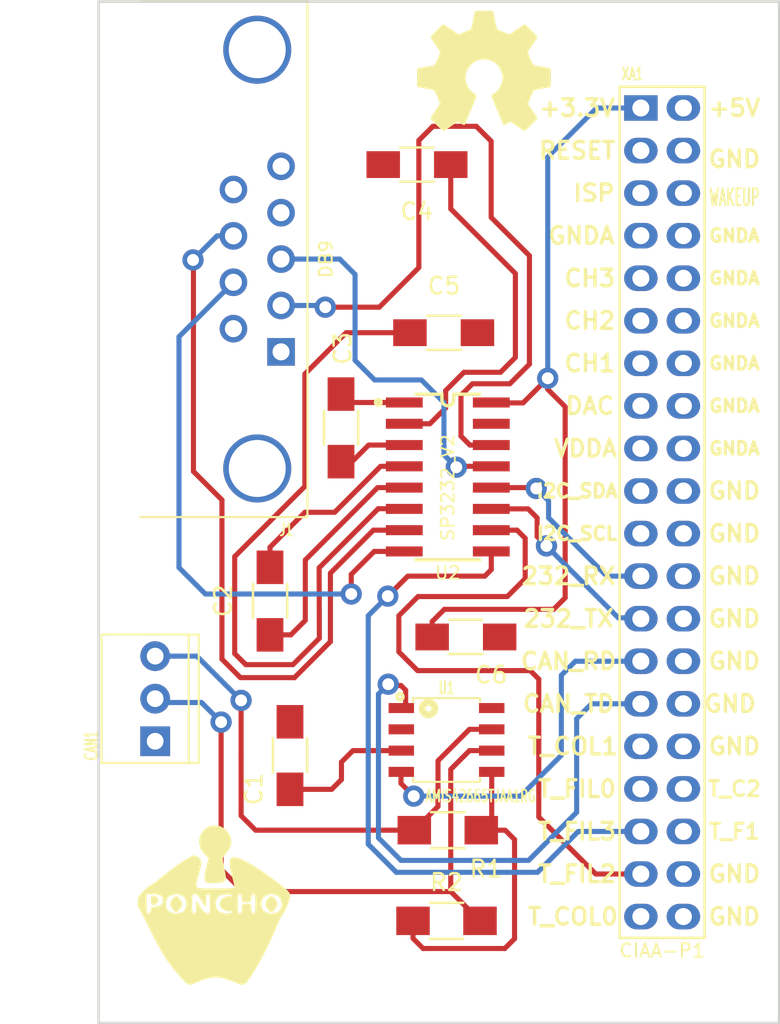
<source format=kicad_pcb>
(kicad_pcb (version 4) (host pcbnew 4.0.0-rc2-stable)

  (general
    (links 43)
    (no_connects 18)
    (area 99.670799 78.664999 140.460801 139.775001)
    (thickness 1.6)
    (drawings 4)
    (tracks 205)
    (zones 0)
    (modules 15)
    (nets 50)
  )

  (page A4)
  (layers
    (0 F.Cu signal)
    (31 B.Cu signal)
    (32 B.Adhes user)
    (33 F.Adhes user)
    (34 B.Paste user)
    (35 F.Paste user)
    (36 B.SilkS user)
    (37 F.SilkS user)
    (38 B.Mask user)
    (39 F.Mask user)
    (40 Dwgs.User user)
    (41 Cmts.User user)
    (42 Eco1.User user)
    (43 Eco2.User user)
    (44 Edge.Cuts user)
    (45 Margin user)
    (46 B.CrtYd user)
    (47 F.CrtYd user)
    (48 B.Fab user)
    (49 F.Fab user)
  )

  (setup
    (last_trace_width 0.3048)
    (user_trace_width 0.3048)
    (trace_clearance 0.3048)
    (zone_clearance 0.508)
    (zone_45_only no)
    (trace_min 0.2)
    (segment_width 0.2)
    (edge_width 0.15)
    (via_size 1.27)
    (via_drill 0.7112)
    (via_min_size 0.4)
    (via_min_drill 0.3)
    (user_via 1.27 0.7112)
    (uvia_size 0.3)
    (uvia_drill 0.1)
    (uvias_allowed no)
    (uvia_min_size 0.2)
    (uvia_min_drill 0.1)
    (pcb_text_width 0.3)
    (pcb_text_size 1.5 1.5)
    (mod_edge_width 0.15)
    (mod_text_size 1 1)
    (mod_text_width 0.15)
    (pad_size 1.524 1.524)
    (pad_drill 0.762)
    (pad_to_mask_clearance 0.2)
    (aux_axis_origin 0 0)
    (visible_elements 7FFFFFFF)
    (pcbplotparams
      (layerselection 0x00030_80000001)
      (usegerberextensions false)
      (excludeedgelayer true)
      (linewidth 0.100000)
      (plotframeref false)
      (viasonmask false)
      (mode 1)
      (useauxorigin false)
      (hpglpennumber 1)
      (hpglpenspeed 20)
      (hpglpendiameter 15)
      (hpglpenoverlay 2)
      (psnegative false)
      (psa4output false)
      (plotreference true)
      (plotvalue true)
      (plotinvisibletext false)
      (padsonsilk false)
      (subtractmaskfromsilk false)
      (outputformat 1)
      (mirror false)
      (drillshape 1)
      (scaleselection 1)
      (outputdirectory ""))
  )

  (net 0 "")
  (net 1 GND)
  (net 2 "Net-(C1-Pad2)")
  (net 3 "Net-(C2-Pad1)")
  (net 4 "Net-(C2-Pad2)")
  (net 5 "Net-(C3-Pad1)")
  (net 6 "Net-(C3-Pad2)")
  (net 7 "Net-(C4-Pad2)")
  (net 8 "Net-(C5-Pad2)")
  (net 9 +3.3V)
  (net 10 "Net-(CAN1-Pad2)")
  (net 11 "Net-(CAN1-Pad3)")
  (net 12 "Net-(J1-Pad1)")
  (net 13 "Net-(J1-Pad2)")
  (net 14 "Net-(J1-Pad3)")
  (net 15 "Net-(J1-Pad4)")
  (net 16 "Net-(J1-Pad6)")
  (net 17 "Net-(J1-Pad7)")
  (net 18 "Net-(J1-Pad8)")
  (net 19 "Net-(J1-Pad9)")
  (net 20 "Net-(R1-Pad2)")
  (net 21 "/Conector y CAN/CAN_TX")
  (net 22 "/Conector y CAN/CAN_RX")
  (net 23 "/Conector y CAN/RTS")
  (net 24 "/Conector y CAN/CTS")
  (net 25 "/Conector y CAN/RXD")
  (net 26 "/Conector y CAN/TXD")
  (net 27 +5V)
  (net 28 "Net-(XA1-Pad11)")
  (net 29 "Net-(XA1-Pad13)")
  (net 30 "Net-(XA1-Pad6)")
  (net 31 "Net-(XA1-Pad15)")
  (net 32 "Net-(XA1-Pad8)")
  (net 33 "Net-(XA1-Pad17)")
  (net 34 "Net-(XA1-Pad10)")
  (net 35 "Net-(XA1-Pad19)")
  (net 36 "Net-(XA1-Pad12)")
  (net 37 "Net-(XA1-Pad21)")
  (net 38 "Net-(XA1-Pad14)")
  (net 39 "Net-(XA1-Pad16)")
  (net 40 "Net-(XA1-Pad18)")
  (net 41 "Net-(XA1-Pad31)")
  (net 42 "Net-(XA1-Pad33)")
  (net 43 "Net-(XA1-Pad34)")
  (net 44 "Net-(XA1-Pad36)")
  (net 45 "Net-(XA1-Pad3)")
  (net 46 "Net-(XA1-Pad5)")
  (net 47 "Net-(XA1-Pad7)")
  (net 48 "Net-(XA1-Pad9)")
  (net 49 "Net-(XA1-Pad39)")

  (net_class Default "Este es el tipo de red por defecto."
    (clearance 0.3048)
    (trace_width 0.3048)
    (via_dia 1.27)
    (via_drill 0.7112)
    (uvia_dia 0.3)
    (uvia_drill 0.1)
    (add_net +3.3V)
    (add_net +5V)
    (add_net "/Conector y CAN/CAN_RX")
    (add_net "/Conector y CAN/CAN_TX")
    (add_net "/Conector y CAN/CTS")
    (add_net "/Conector y CAN/RTS")
    (add_net "/Conector y CAN/RXD")
    (add_net "/Conector y CAN/TXD")
    (add_net GND)
    (add_net "Net-(C1-Pad2)")
    (add_net "Net-(C2-Pad1)")
    (add_net "Net-(C2-Pad2)")
    (add_net "Net-(C3-Pad1)")
    (add_net "Net-(C3-Pad2)")
    (add_net "Net-(C4-Pad2)")
    (add_net "Net-(C5-Pad2)")
    (add_net "Net-(CAN1-Pad2)")
    (add_net "Net-(CAN1-Pad3)")
    (add_net "Net-(J1-Pad1)")
    (add_net "Net-(J1-Pad2)")
    (add_net "Net-(J1-Pad3)")
    (add_net "Net-(J1-Pad4)")
    (add_net "Net-(J1-Pad6)")
    (add_net "Net-(J1-Pad7)")
    (add_net "Net-(J1-Pad8)")
    (add_net "Net-(J1-Pad9)")
    (add_net "Net-(R1-Pad2)")
    (add_net "Net-(XA1-Pad10)")
    (add_net "Net-(XA1-Pad11)")
    (add_net "Net-(XA1-Pad12)")
    (add_net "Net-(XA1-Pad13)")
    (add_net "Net-(XA1-Pad14)")
    (add_net "Net-(XA1-Pad15)")
    (add_net "Net-(XA1-Pad16)")
    (add_net "Net-(XA1-Pad17)")
    (add_net "Net-(XA1-Pad18)")
    (add_net "Net-(XA1-Pad19)")
    (add_net "Net-(XA1-Pad21)")
    (add_net "Net-(XA1-Pad3)")
    (add_net "Net-(XA1-Pad31)")
    (add_net "Net-(XA1-Pad33)")
    (add_net "Net-(XA1-Pad34)")
    (add_net "Net-(XA1-Pad36)")
    (add_net "Net-(XA1-Pad39)")
    (add_net "Net-(XA1-Pad5)")
    (add_net "Net-(XA1-Pad6)")
    (add_net "Net-(XA1-Pad7)")
    (add_net "Net-(XA1-Pad8)")
    (add_net "Net-(XA1-Pad9)")
  )

  (module ej2:CON_PALETA_3 (layer F.Cu) (tedit 55918D28) (tstamp 565E0007)
    (at 103.124 120.3452 90)
    (path /565DDB97/565DF32A)
    (fp_text reference CAN1 (at -2.8 -3.8 90) (layer F.SilkS)
      (effects (font (size 0.762 0.4572) (thickness 0.127)))
    )
    (fp_text value J2 (at 0 3.3 90) (layer F.Fab)
      (effects (font (size 0.762 0.4572) (thickness 0.127)))
    )
    (fp_line (start 3.83 -3.2) (end 3.83 2.6) (layer F.SilkS) (width 0.127))
    (fp_line (start -3.83 -3.2) (end 3.83 -3.2) (layer F.SilkS) (width 0.127))
    (fp_line (start -3.83 2.6) (end -3.83 -3.2) (layer F.SilkS) (width 0.127))
    (fp_line (start 3.83 2.6) (end -3.83 2.6) (layer F.SilkS) (width 0.127))
    (fp_line (start 3.83 2) (end -3.83 2) (layer F.SilkS) (width 0.127))
    (pad 1 thru_hole rect (at -2.54 0 90) (size 1.778 1.778) (drill 1) (layers *.Cu *.Mask)
      (net 1 GND))
    (pad 2 thru_hole circle (at 0 0 90) (size 1.778 1.778) (drill 1) (layers *.Cu *.Mask)
      (net 10 "Net-(CAN1-Pad2)"))
    (pad 3 thru_hole circle (at 2.54 0 90) (size 1.778 1.778) (drill 1) (layers *.Cu *.Mask)
      (net 11 "Net-(CAN1-Pad3)"))
    (model ${KIPRJMOD}/ej2.3dshapes/CON_PALETA_3.wrl
      (at (xyz 0 0.012 0))
      (scale (xyz 0.395 0.395 0.395))
      (rotate (xyz 0 0 180))
    )
  )

  (module ej2:DB9_F_TH (layer F.Cu) (tedit 565607B0) (tstamp 565E0016)
    (at 109.22 94.107 90)
    (path /565DDC0D/565E0F41)
    (fp_text reference J1 (at -16.165 1.735 180) (layer F.SilkS)
      (effects (font (size 0.7112 0.4572) (thickness 0.1143)))
    )
    (fp_text value DB9 (at 0 4.1 90) (layer F.SilkS)
      (effects (font (size 0.762 0.762) (thickness 0.127)))
    )
    (fp_line (start 15.4 3) (end 15.4 -7) (layer F.SilkS) (width 0.127))
    (fp_line (start 15.4 -9.5) (end 15.4 -7) (layer Dwgs.User) (width 0.127))
    (fp_line (start -15.4 3) (end -15.4 -7) (layer F.SilkS) (width 0.127))
    (fp_line (start -15.4 -9.5) (end -15.4 -7) (layer Dwgs.User) (width 0.127))
    (fp_line (start -15.4 -9.1) (end 15.4 -9.1) (layer Dwgs.User) (width 0.127))
    (fp_arc (start -14.2 -14.3) (end -14.2 -14.5) (angle 90) (layer Dwgs.User) (width 0.127))
    (fp_arc (start -13.8 -14.3) (end -14 -14.3) (angle 90) (layer Dwgs.User) (width 0.127))
    (fp_arc (start -10.8 -14.3) (end -11 -14.3) (angle 90) (layer Dwgs.User) (width 0.127))
    (fp_arc (start -11.2 -14.3) (end -11.2 -14.5) (angle 90) (layer Dwgs.User) (width 0.127))
    (fp_arc (start 11.2 -14.3) (end 11 -14.3) (angle 90) (layer Dwgs.User) (width 0.127))
    (fp_arc (start 10.8 -14.3) (end 10.8 -14.5) (angle 90) (layer Dwgs.User) (width 0.127))
    (fp_arc (start 14.2 -14.3) (end 14 -14.3) (angle 90) (layer Dwgs.User) (width 0.127))
    (fp_arc (start 13.8 -14.3) (end 13.8 -14.5) (angle 90) (layer Dwgs.User) (width 0.127))
    (fp_line (start 10 -14.1) (end 10 -9.5) (layer Dwgs.User) (width 0.127))
    (fp_line (start 15 -14.1) (end 15 -9.5) (layer Dwgs.User) (width 0.127))
    (fp_line (start 10.4 -14.5) (end 14.6 -14.5) (layer Dwgs.User) (width 0.127))
    (fp_line (start -15 -14.1) (end -15 -9.5) (layer Dwgs.User) (width 0.127))
    (fp_line (start -10 -14.1) (end -10 -9.5) (layer Dwgs.User) (width 0.127))
    (fp_line (start -14.6 -14.5) (end -10.4 -14.5) (layer Dwgs.User) (width 0.127))
    (fp_arc (start -14.6 -14.1) (end -15 -14.1) (angle 90) (layer Dwgs.User) (width 0.127))
    (fp_arc (start -10.4 -14.1) (end -10.4 -14.5) (angle 90) (layer Dwgs.User) (width 0.127))
    (fp_arc (start 10.4 -14.1) (end 10 -14.1) (angle 90) (layer Dwgs.User) (width 0.127))
    (fp_arc (start 14.6 -14.1) (end 14.6 -14.5) (angle 90) (layer Dwgs.User) (width 0.127))
    (fp_line (start 14 -14.5) (end 14 -9.5) (layer Dwgs.User) (width 0.127))
    (fp_line (start 11 -14.5) (end 11 -9.5) (layer Dwgs.User) (width 0.127))
    (fp_line (start -11 -14.5) (end -11 -9.5) (layer Dwgs.User) (width 0.127))
    (fp_line (start -14 -14.5) (end -14 -9.5) (layer Dwgs.User) (width 0.127))
    (fp_line (start 7.8 -15.3) (end -7.8 -15.3) (layer Dwgs.User) (width 0.127))
    (fp_line (start 8.2 -14.9) (end 8.2 -9.5) (layer Dwgs.User) (width 0.127))
    (fp_line (start -8.2 -14.9) (end -8.2 -9.5) (layer Dwgs.User) (width 0.127))
    (fp_arc (start -7.8 -14.9) (end -8.2 -14.9) (angle 90) (layer Dwgs.User) (width 0.127))
    (fp_arc (start 7.8 -14.9) (end 7.8 -15.3) (angle 90) (layer Dwgs.User) (width 0.127))
    (fp_line (start 15.4 3) (end -15.4 3) (layer F.SilkS) (width 0.127))
    (fp_line (start -15.4 -9.5) (end 15.4 -9.5) (layer Dwgs.User) (width 0.127))
    (pad 1 thru_hole rect (at -5.5372 1.4224 90) (size 1.651 1.651) (drill 1.016) (layers *.Cu *.Mask)
      (net 12 "Net-(J1-Pad1)"))
    (pad 2 thru_hole circle (at -2.7686 1.4224 90) (size 1.651 1.651) (drill 1.016) (layers *.Cu *.Mask)
      (net 13 "Net-(J1-Pad2)"))
    (pad 3 thru_hole circle (at 0 1.4224 90) (size 1.651 1.651) (drill 1.016) (layers *.Cu *.Mask)
      (net 14 "Net-(J1-Pad3)"))
    (pad 4 thru_hole circle (at 2.7686 1.4224 90) (size 1.651 1.651) (drill 1.016) (layers *.Cu *.Mask)
      (net 15 "Net-(J1-Pad4)"))
    (pad 5 thru_hole circle (at 5.5372 1.4224 90) (size 1.651 1.651) (drill 1.016) (layers *.Cu *.Mask)
      (net 1 GND))
    (pad 6 thru_hole circle (at -4.1529 -1.4224 90) (size 1.651 1.651) (drill 1.016) (layers *.Cu *.Mask)
      (net 16 "Net-(J1-Pad6)"))
    (pad 7 thru_hole circle (at -1.3843 -1.4224 90) (size 1.651 1.651) (drill 1.016) (layers *.Cu *.Mask)
      (net 17 "Net-(J1-Pad7)"))
    (pad 8 thru_hole circle (at 1.3843 -1.4224 90) (size 1.651 1.651) (drill 1.016) (layers *.Cu *.Mask)
      (net 18 "Net-(J1-Pad8)"))
    (pad 9 thru_hole circle (at 4.1529 -1.4224 90) (size 1.651 1.651) (drill 1.016) (layers *.Cu *.Mask)
      (net 19 "Net-(J1-Pad9)"))
    (pad 10 thru_hole circle (at -12.4968 0 90) (size 4.064 4.064) (drill 3.4) (layers *.Cu *.Mask))
    (pad 11 thru_hole circle (at 12.4968 0 90) (size 4.064 4.064) (drill 3.4) (layers *.Cu *.Mask))
    (model ${KIPRJMOD}/ej2.3dshapes/db_9f.wrl
      (at (xyz 0 0.31 0))
      (scale (xyz 1 1.1 1))
      (rotate (xyz 0 0 180))
    )
  )

  (module ej2:R_1206_HandSoldering (layer F.Cu) (tedit 565EEE82) (tstamp 565E001C)
    (at 120.5992 128.1938)
    (descr "Resistor SMD 1206, hand soldering")
    (tags "resistor 1206")
    (path /565DDB97/565DF3E3)
    (attr smd)
    (fp_text reference R1 (at 2.286 2.3114) (layer F.SilkS)
      (effects (font (size 1 1) (thickness 0.15)))
    )
    (fp_text value 60 (at 0 2.3) (layer F.Fab)
      (effects (font (size 1 1) (thickness 0.15)))
    )
    (fp_line (start -3.3 -1.2) (end 3.3 -1.2) (layer F.CrtYd) (width 0.05))
    (fp_line (start -3.3 1.2) (end 3.3 1.2) (layer F.CrtYd) (width 0.05))
    (fp_line (start -3.3 -1.2) (end -3.3 1.2) (layer F.CrtYd) (width 0.05))
    (fp_line (start 3.3 -1.2) (end 3.3 1.2) (layer F.CrtYd) (width 0.05))
    (fp_line (start 1 1.075) (end -1 1.075) (layer F.SilkS) (width 0.15))
    (fp_line (start -1 -1.075) (end 1 -1.075) (layer F.SilkS) (width 0.15))
    (pad 1 smd rect (at -2 0) (size 2 1.7) (layers F.Cu F.Paste F.Mask)
      (net 11 "Net-(CAN1-Pad3)"))
    (pad 2 smd rect (at 2 0) (size 2 1.7) (layers F.Cu F.Paste F.Mask)
      (net 20 "Net-(R1-Pad2)"))
    (model Resistors_SMD.3dshapes/R_1206_HandSoldering.wrl
      (at (xyz 0 0 0))
      (scale (xyz 1 1 1))
      (rotate (xyz 0 0 0))
    )
  )

  (module ej2:R_1206_HandSoldering (layer F.Cu) (tedit 5418A20D) (tstamp 565E0022)
    (at 120.523 133.604)
    (descr "Resistor SMD 1206, hand soldering")
    (tags "resistor 1206")
    (path /565DDB97/565DF456)
    (attr smd)
    (fp_text reference R2 (at 0 -2.3) (layer F.SilkS)
      (effects (font (size 1 1) (thickness 0.15)))
    )
    (fp_text value 60 (at 0 2.3) (layer F.Fab)
      (effects (font (size 1 1) (thickness 0.15)))
    )
    (fp_line (start -3.3 -1.2) (end 3.3 -1.2) (layer F.CrtYd) (width 0.05))
    (fp_line (start -3.3 1.2) (end 3.3 1.2) (layer F.CrtYd) (width 0.05))
    (fp_line (start -3.3 -1.2) (end -3.3 1.2) (layer F.CrtYd) (width 0.05))
    (fp_line (start 3.3 -1.2) (end 3.3 1.2) (layer F.CrtYd) (width 0.05))
    (fp_line (start 1 1.075) (end -1 1.075) (layer F.SilkS) (width 0.15))
    (fp_line (start -1 -1.075) (end 1 -1.075) (layer F.SilkS) (width 0.15))
    (pad 1 smd rect (at -2 0) (size 2 1.7) (layers F.Cu F.Paste F.Mask)
      (net 20 "Net-(R1-Pad2)"))
    (pad 2 smd rect (at 2 0) (size 2 1.7) (layers F.Cu F.Paste F.Mask)
      (net 10 "Net-(CAN1-Pad2)"))
    (model Resistors_SMD.3dshapes/R_1206_HandSoldering.wrl
      (at (xyz 0 0 0))
      (scale (xyz 1 1 1))
      (rotate (xyz 0 0 0))
    )
  )

  (module ej2:SOIC-8 (layer F.Cu) (tedit 565EEE8C) (tstamp 565E002E)
    (at 120.523 122.809)
    (descr SO-8)
    (path /565DDB97/565DF62C)
    (fp_text reference U1 (at 0 -3.1) (layer F.SilkS)
      (effects (font (size 0.7112 0.4572) (thickness 0.1143)))
    )
    (fp_text value AMIS42665TJAA1RG (at 2.032 3.3528) (layer F.SilkS)
      (effects (font (size 0.7112 0.4572) (thickness 0.1143)))
    )
    (fp_line (start -2 -2.5) (end -2 -2.3) (layer F.SilkS) (width 0.127))
    (fp_line (start -2 2.5) (end -2 2.3) (layer F.SilkS) (width 0.127))
    (fp_line (start 2 2.5) (end 2 2.3) (layer F.SilkS) (width 0.127))
    (fp_line (start 2 -2.5) (end 2 -2.3) (layer F.SilkS) (width 0.127))
    (fp_circle (center -2.7746 -2.5764) (end -2.8 -2.5) (layer F.SilkS) (width 0.2032))
    (fp_line (start 2 -2.5) (end -2 -2.5) (layer F.SilkS) (width 0.127))
    (fp_line (start -2 2.5) (end 2 2.5) (layer F.SilkS) (width 0.127))
    (fp_circle (center -1.0746 -1.8764) (end -1.1 -1.7) (layer F.SilkS) (width 0.4))
    (pad 1 smd rect (at -2.7 -1.905 270) (size 0.6 1.52) (layers F.Cu F.Paste F.Mask)
      (net 21 "/Conector y CAN/CAN_TX"))
    (pad 2 smd rect (at -2.7 -0.635 270) (size 0.6 1.52) (layers F.Cu F.Paste F.Mask)
      (net 1 GND))
    (pad 3 smd rect (at -2.7 0.635 270) (size 0.6 1.52) (layers F.Cu F.Paste F.Mask)
      (net 2 "Net-(C1-Pad2)"))
    (pad 4 smd rect (at -2.7 1.905 270) (size 0.6 1.52) (layers F.Cu F.Paste F.Mask)
      (net 22 "/Conector y CAN/CAN_RX"))
    (pad 5 smd rect (at 2.7 1.905 270) (size 0.6 1.52) (layers F.Cu F.Paste F.Mask)
      (net 20 "Net-(R1-Pad2)"))
    (pad 6 smd rect (at 2.7 0.635 270) (size 0.6 1.52) (layers F.Cu F.Paste F.Mask)
      (net 10 "Net-(CAN1-Pad2)"))
    (pad 7 smd rect (at 2.7 -0.635 270) (size 0.6 1.52) (layers F.Cu F.Paste F.Mask)
      (net 11 "Net-(CAN1-Pad3)"))
    (pad 8 smd rect (at 2.7 -1.905 270) (size 0.6 1.52) (layers F.Cu F.Paste F.Mask)
      (net 1 GND))
    (model ${KIPRJMOD}/ej2.3dshapes/so-8.wrl
      (at (xyz 0 0 0))
      (scale (xyz 1 1 1))
      (rotate (xyz 0 0 90))
    )
  )

  (module ej2:SP3232ECN-SOIC16N (layer F.Cu) (tedit 5656340C) (tstamp 565E0042)
    (at 120.5992 107.1118 270)
    (descr "SMALL OUTLINE INTEGRATED CIRCUIT")
    (tags "SMALL OUTLINE INTEGRATED CIRCUIT")
    (path /565DDC0D/565DE5DC)
    (attr smd)
    (fp_text reference U2 (at 5.715 0 360) (layer F.SilkS)
      (effects (font (size 0.762 0.762) (thickness 0.1143)))
    )
    (fp_text value SP3232_V2 (at 0.635 0 270) (layer F.SilkS)
      (effects (font (size 0.762 0.762) (thickness 0.1143)))
    )
    (fp_line (start -4.6 0.35) (end -4.9 0.35) (layer F.SilkS) (width 0.2032))
    (fp_line (start -4.6 -0.35) (end -4.9 -0.35) (layer F.SilkS) (width 0.2032))
    (fp_arc (start -4.6 0) (end -4.6 -0.35) (angle 180) (layer F.SilkS) (width 0.2032))
    (fp_circle (center -4.45 4.15) (end -4.35 4.05) (layer F.SilkS) (width 0.254))
    (fp_line (start -4.93776 1.89992) (end -4.93776 0.35) (layer F.SilkS) (width 0.2032))
    (fp_line (start -4.93776 -0.35) (end -4.93776 -1.89992) (layer F.SilkS) (width 0.2032))
    (fp_line (start 4.93776 -1.89992) (end 4.93776 1.39954) (layer F.SilkS) (width 0.2032))
    (fp_line (start 4.93776 1.39954) (end 4.93776 1.89992) (layer F.SilkS) (width 0.2032))
    (pad 1 smd rect (at -4.445 2.59842 270) (size 0.59944 2.19964) (layers F.Cu F.Paste F.Mask)
      (net 5 "Net-(C3-Pad1)"))
    (pad 2 smd rect (at -3.175 2.59842 270) (size 0.59944 2.19964) (layers F.Cu F.Paste F.Mask)
      (net 7 "Net-(C4-Pad2)"))
    (pad 3 smd rect (at -1.905 2.59842 270) (size 0.59944 2.19964) (layers F.Cu F.Paste F.Mask)
      (net 6 "Net-(C3-Pad2)"))
    (pad 4 smd rect (at -0.635 2.59842 270) (size 0.59944 2.19964) (layers F.Cu F.Paste F.Mask)
      (net 3 "Net-(C2-Pad1)"))
    (pad 5 smd rect (at 0.635 2.59842 270) (size 0.59944 2.19964) (layers F.Cu F.Paste F.Mask)
      (net 4 "Net-(C2-Pad2)"))
    (pad 6 smd rect (at 1.905 2.59842 270) (size 0.59944 2.19964) (layers F.Cu F.Paste F.Mask)
      (net 8 "Net-(C5-Pad2)"))
    (pad 7 smd rect (at 3.175 2.59842 270) (size 0.59944 2.19964) (layers F.Cu F.Paste F.Mask)
      (net 18 "Net-(J1-Pad8)"))
    (pad 8 smd rect (at 4.445 2.59842 270) (size 0.59944 2.19964) (layers F.Cu F.Paste F.Mask)
      (net 17 "Net-(J1-Pad7)"))
    (pad 9 smd rect (at 4.445 -2.59842 270) (size 0.59944 2.19964) (layers F.Cu F.Paste F.Mask)
      (net 23 "/Conector y CAN/RTS"))
    (pad 10 smd rect (at 3.175 -2.59842 270) (size 0.59944 2.19964) (layers F.Cu F.Paste F.Mask)
      (net 24 "/Conector y CAN/CTS"))
    (pad 11 smd rect (at 1.905 -2.59842 270) (size 0.59944 2.19964) (layers F.Cu F.Paste F.Mask)
      (net 25 "/Conector y CAN/RXD"))
    (pad 12 smd rect (at 0.635 -2.59842 270) (size 0.59944 2.19964) (layers F.Cu F.Paste F.Mask)
      (net 26 "/Conector y CAN/TXD"))
    (pad 13 smd rect (at -0.635 -2.59842 270) (size 0.59944 2.19964) (layers F.Cu F.Paste F.Mask)
      (net 14 "Net-(J1-Pad3)"))
    (pad 14 smd rect (at -1.905 -2.59842 270) (size 0.59944 2.19964) (layers F.Cu F.Paste F.Mask)
      (net 13 "Net-(J1-Pad2)"))
    (pad 15 smd rect (at -3.175 -2.59842 270) (size 0.59944 2.19964) (layers F.Cu F.Paste F.Mask)
      (net 1 GND))
    (pad 16 smd rect (at -4.445 -2.59842 270) (size 0.59944 2.19964) (layers F.Cu F.Paste F.Mask)
      (net 9 +3.3V))
    (model ${KIPRJMOD}/ej2.3dshapes/so-16.wrl
      (at (xyz 0 0 0))
      (scale (xyz 1 1 1))
      (rotate (xyz 0 0 0))
    )
  )

  (module ej2:Conn_Poncho_Derecha (layer F.Cu) (tedit 565779F5) (tstamp 565E006E)
    (at 132.1308 85.09)
    (tags "CONN Poncho")
    (path /565DDB97/565DECA2)
    (fp_text reference XA1 (at -0.508 -2.032) (layer F.SilkS)
      (effects (font (size 0.7112 0.4572) (thickness 0.1143)))
    )
    (fp_text value Conn_Poncho2P_2x_20x2 (at -1.905 51.181) (layer F.SilkS) hide
      (effects (font (size 0.7112 0.4572) (thickness 0.1143)))
    )
    (fp_text user GND (at 5.588 48.26) (layer F.SilkS)
      (effects (font (size 1 1) (thickness 0.2)))
    )
    (fp_text user GND (at 5.588 45.72) (layer F.SilkS)
      (effects (font (size 1 1) (thickness 0.2)))
    )
    (fp_text user T_F1 (at 5.588 43.18) (layer F.SilkS)
      (effects (font (size 0.9 0.9) (thickness 0.18)))
    )
    (fp_text user T_C2 (at 5.588 40.64) (layer F.SilkS)
      (effects (font (size 0.9 0.9) (thickness 0.18)))
    )
    (fp_text user GND (at 5.588 38.1) (layer F.SilkS)
      (effects (font (size 1 1) (thickness 0.2)))
    )
    (fp_text user GND (at 5.334 35.56) (layer F.SilkS)
      (effects (font (size 1 1) (thickness 0.2)))
    )
    (fp_text user GND (at 5.588 33.02) (layer F.SilkS)
      (effects (font (size 1 1) (thickness 0.2)))
    )
    (fp_text user GND (at 5.588 30.48) (layer F.SilkS)
      (effects (font (size 1 1) (thickness 0.2)))
    )
    (fp_text user GND (at 5.588 27.94) (layer F.SilkS)
      (effects (font (size 1 1) (thickness 0.2)))
    )
    (fp_text user GND (at 5.588 25.4) (layer F.SilkS)
      (effects (font (size 1 1) (thickness 0.2)))
    )
    (fp_text user GND (at 5.588 22.86) (layer F.SilkS)
      (effects (font (size 1 1) (thickness 0.2)))
    )
    (fp_text user GNDA (at 5.588 20.32) (layer F.SilkS)
      (effects (font (size 0.76 0.76) (thickness 0.19)))
    )
    (fp_text user GNDA (at 5.588 17.78) (layer F.SilkS)
      (effects (font (size 0.76 0.76) (thickness 0.19)))
    )
    (fp_text user GNDA (at 5.588 15.24) (layer F.SilkS)
      (effects (font (size 0.76 0.76) (thickness 0.19)))
    )
    (fp_text user GNDA (at 5.588 12.7) (layer F.SilkS)
      (effects (font (size 0.76 0.76) (thickness 0.19)))
    )
    (fp_text user GNDA (at 5.588 10.16) (layer F.SilkS)
      (effects (font (size 0.76 0.76) (thickness 0.19)))
    )
    (fp_text user GNDA (at 5.588 7.62) (layer F.SilkS)
      (effects (font (size 0.76 0.76) (thickness 0.19)))
    )
    (fp_text user WAKEUP (at 5.588 5.334) (layer F.SilkS)
      (effects (font (size 1 0.5) (thickness 0.125)))
    )
    (fp_text user GND (at 5.588 3.048) (layer F.SilkS)
      (effects (font (size 1 1) (thickness 0.2)))
    )
    (fp_text user +5V (at 5.588 0) (layer F.SilkS)
      (effects (font (size 1 1) (thickness 0.2)))
    )
    (fp_text user T_COL0 (at -4.064 48.26) (layer F.SilkS)
      (effects (font (size 1 1) (thickness 0.2)))
    )
    (fp_text user T_FIL2 (at -3.81 45.72) (layer F.SilkS)
      (effects (font (size 1 1) (thickness 0.2)))
    )
    (fp_text user T_FIL3 (at -3.81 43.18) (layer F.SilkS)
      (effects (font (size 1 1) (thickness 0.2)))
    )
    (fp_text user T_FIL0 (at -3.81 40.64) (layer F.SilkS)
      (effects (font (size 1 1) (thickness 0.2)))
    )
    (fp_text user T_COL1 (at -4.064 38.1) (layer F.SilkS)
      (effects (font (size 1 1) (thickness 0.2)))
    )
    (fp_text user CAN_TD (at -4.318 35.56) (layer F.SilkS)
      (effects (font (size 1 1) (thickness 0.2)))
    )
    (fp_text user CAN_RD (at -4.318 33.02) (layer F.SilkS)
      (effects (font (size 1 1) (thickness 0.2)))
    )
    (fp_text user 232_TX (at -4.318 30.48) (layer F.SilkS)
      (effects (font (size 1 1) (thickness 0.2)))
    )
    (fp_text user 232_RX (at -4.318 27.94) (layer F.SilkS)
      (effects (font (size 1 1) (thickness 0.2)))
    )
    (fp_text user I2C_SCL (at -3.81 25.4) (layer F.SilkS)
      (effects (font (size 0.8 0.8) (thickness 0.2)))
    )
    (fp_text user I2C_SDA (at -3.81 22.86) (layer F.SilkS)
      (effects (font (size 0.8 0.8) (thickness 0.2)))
    )
    (fp_text user VDDA (at -3.302 20.32) (layer F.SilkS)
      (effects (font (size 1 1) (thickness 0.2)))
    )
    (fp_text user DAC (at -3.048 17.78) (layer F.SilkS)
      (effects (font (size 1 1) (thickness 0.2)))
    )
    (fp_text user CH1 (at -3.048 15.24) (layer F.SilkS)
      (effects (font (size 1 1) (thickness 0.2)))
    )
    (fp_text user CH2 (at -3.048 12.7) (layer F.SilkS)
      (effects (font (size 1 1) (thickness 0.2)))
    )
    (fp_text user CH3 (at -3.048 10.16) (layer F.SilkS)
      (effects (font (size 1 1) (thickness 0.2)))
    )
    (fp_text user GNDA (at -3.556 7.62) (layer F.SilkS)
      (effects (font (size 1 1) (thickness 0.2)))
    )
    (fp_text user ISP (at -2.794 5.08) (layer F.SilkS)
      (effects (font (size 1 1) (thickness 0.2)))
    )
    (fp_text user RESET (at -3.81 2.54) (layer F.SilkS)
      (effects (font (size 1 1) (thickness 0.2)))
    )
    (fp_text user CIAA-P1 (at 1.27 50.292) (layer F.SilkS)
      (effects (font (size 0.8 0.8) (thickness 0.12)))
    )
    (fp_text user +3.3V (at -3.81 0) (layer F.SilkS)
      (effects (font (size 1 1) (thickness 0.2)))
    )
    (fp_line (start -1.27 49.53) (end -1.27 -1.27) (layer F.SilkS) (width 0.15))
    (fp_line (start 3.81 49.53) (end 3.81 -1.27) (layer F.SilkS) (width 0.15))
    (fp_line (start 3.81 49.53) (end -1.27 49.53) (layer F.SilkS) (width 0.15))
    (fp_line (start 3.81 -1.27) (end -1.27 -1.27) (layer F.SilkS) (width 0.15))
    (pad 1 thru_hole rect (at 0 0 270) (size 1.524 2) (drill 1.016) (layers *.Cu *.Mask)
      (net 9 +3.3V))
    (pad 2 thru_hole oval (at 2.54 0 270) (size 1.524 2) (drill 1.016) (layers *.Cu *.Mask)
      (net 27 +5V))
    (pad 11 thru_hole oval (at 0 12.7 270) (size 1.524 2) (drill 1.016) (layers *.Cu *.Mask)
      (net 28 "Net-(XA1-Pad11)"))
    (pad 4 thru_hole oval (at 2.54 2.54 270) (size 1.524 2) (drill 1.016) (layers *.Cu *.Mask)
      (net 1 GND))
    (pad 13 thru_hole oval (at 0 15.24 270) (size 1.524 2) (drill 1.016) (layers *.Cu *.Mask)
      (net 29 "Net-(XA1-Pad13)"))
    (pad 6 thru_hole oval (at 2.54 5.08 270) (size 1.524 2) (drill 1.016) (layers *.Cu *.Mask)
      (net 30 "Net-(XA1-Pad6)"))
    (pad 15 thru_hole oval (at 0 17.78 270) (size 1.524 2) (drill 1.016) (layers *.Cu *.Mask)
      (net 31 "Net-(XA1-Pad15)"))
    (pad 8 thru_hole oval (at 2.54 7.62 270) (size 1.524 2) (drill 1.016) (layers *.Cu *.Mask)
      (net 32 "Net-(XA1-Pad8)"))
    (pad 17 thru_hole oval (at 0 20.32 270) (size 1.524 2) (drill 1.016) (layers *.Cu *.Mask)
      (net 33 "Net-(XA1-Pad17)"))
    (pad 10 thru_hole oval (at 2.54 10.16 270) (size 1.524 2) (drill 1.016) (layers *.Cu *.Mask)
      (net 34 "Net-(XA1-Pad10)"))
    (pad 19 thru_hole oval (at 0 22.86 270) (size 1.524 2) (drill 1.016) (layers *.Cu *.Mask)
      (net 35 "Net-(XA1-Pad19)"))
    (pad 12 thru_hole oval (at 2.54 12.7 270) (size 1.524 2) (drill 1.016) (layers *.Cu *.Mask)
      (net 36 "Net-(XA1-Pad12)"))
    (pad 21 thru_hole oval (at 0 25.4 270) (size 1.524 2) (drill 1.016) (layers *.Cu *.Mask)
      (net 37 "Net-(XA1-Pad21)"))
    (pad 14 thru_hole oval (at 2.54 15.24 270) (size 1.524 2) (drill 1.016) (layers *.Cu *.Mask)
      (net 38 "Net-(XA1-Pad14)"))
    (pad 23 thru_hole oval (at 0 27.94 270) (size 1.524 2) (drill 1.016) (layers *.Cu *.Mask)
      (net 26 "/Conector y CAN/TXD"))
    (pad 16 thru_hole oval (at 2.54 17.78 270) (size 1.524 2) (drill 1.016) (layers *.Cu *.Mask)
      (net 39 "Net-(XA1-Pad16)"))
    (pad 25 thru_hole oval (at 0 30.48 270) (size 1.524 2) (drill 1.016) (layers *.Cu *.Mask)
      (net 25 "/Conector y CAN/RXD"))
    (pad 18 thru_hole oval (at 2.54 20.32 270) (size 1.524 2) (drill 1.016) (layers *.Cu *.Mask)
      (net 40 "Net-(XA1-Pad18)"))
    (pad 27 thru_hole oval (at 0 33.02 270) (size 1.524 2) (drill 1.016) (layers *.Cu *.Mask)
      (net 22 "/Conector y CAN/CAN_RX"))
    (pad 20 thru_hole oval (at 2.54 22.86 270) (size 1.524 2) (drill 1.016) (layers *.Cu *.Mask)
      (net 1 GND))
    (pad 29 thru_hole oval (at 0 35.56 270) (size 1.524 2) (drill 1.016) (layers *.Cu *.Mask)
      (net 21 "/Conector y CAN/CAN_TX"))
    (pad 22 thru_hole oval (at 2.54 25.4 270) (size 1.524 2) (drill 1.016) (layers *.Cu *.Mask)
      (net 1 GND))
    (pad 31 thru_hole oval (at 0 38.1 270) (size 1.524 2) (drill 1.016) (layers *.Cu *.Mask)
      (net 41 "Net-(XA1-Pad31)"))
    (pad 24 thru_hole oval (at 2.54 27.94 270) (size 1.524 2) (drill 1.016) (layers *.Cu *.Mask)
      (net 1 GND))
    (pad 26 thru_hole oval (at 2.54 30.48 270) (size 1.524 2) (drill 1.016) (layers *.Cu *.Mask)
      (net 1 GND))
    (pad 33 thru_hole oval (at 0 40.64 270) (size 1.524 2) (drill 1.016) (layers *.Cu *.Mask)
      (net 42 "Net-(XA1-Pad33)"))
    (pad 28 thru_hole oval (at 2.54 33.02 270) (size 1.524 2) (drill 1.016) (layers *.Cu *.Mask)
      (net 1 GND))
    (pad 32 thru_hole oval (at 2.54 38.1 270) (size 1.524 2) (drill 1.016) (layers *.Cu *.Mask)
      (net 1 GND))
    (pad 34 thru_hole oval (at 2.54 40.64 270) (size 1.524 2) (drill 1.016) (layers *.Cu *.Mask)
      (net 43 "Net-(XA1-Pad34)"))
    (pad 36 thru_hole oval (at 2.54 43.18 270) (size 1.524 2) (drill 1.016) (layers *.Cu *.Mask)
      (net 44 "Net-(XA1-Pad36)"))
    (pad 38 thru_hole oval (at 2.54 45.72 270) (size 1.524 2) (drill 1.016) (layers *.Cu *.Mask)
      (net 1 GND))
    (pad 35 thru_hole oval (at 0 43.18 270) (size 1.524 2) (drill 1.016) (layers *.Cu *.Mask)
      (net 23 "/Conector y CAN/RTS"))
    (pad 37 thru_hole oval (at 0 45.72 270) (size 1.524 2) (drill 1.016) (layers *.Cu *.Mask)
      (net 24 "/Conector y CAN/CTS"))
    (pad 3 thru_hole oval (at 0 2.54 270) (size 1.524 2) (drill 1.016) (layers *.Cu *.Mask)
      (net 45 "Net-(XA1-Pad3)"))
    (pad 5 thru_hole oval (at 0 5.08 270) (size 1.524 2) (drill 1.016) (layers *.Cu *.Mask)
      (net 46 "Net-(XA1-Pad5)"))
    (pad 7 thru_hole oval (at 0 7.62 270) (size 1.524 2) (drill 1.016) (layers *.Cu *.Mask)
      (net 47 "Net-(XA1-Pad7)"))
    (pad 9 thru_hole oval (at 0 10.16 270) (size 1.524 2) (drill 1.016) (layers *.Cu *.Mask)
      (net 48 "Net-(XA1-Pad9)"))
    (pad 39 thru_hole oval (at 0 48.26 270) (size 1.524 2) (drill 1.016) (layers *.Cu *.Mask)
      (net 49 "Net-(XA1-Pad39)"))
    (pad 40 thru_hole oval (at 2.54 48.26 270) (size 1.524 2) (drill 1.016) (layers *.Cu *.Mask)
      (net 1 GND))
    (pad 30 thru_hole oval (at 2.54 35.56 270) (size 1.524 2) (drill 1.016) (layers *.Cu *.Mask)
      (net 1 GND))
    (model ${KIPRJMOD}/ej2.3dshapes/pin_strip_20x2.wrl
      (at (xyz 0.05 -0.95 -0.063))
      (scale (xyz 1 1 1))
      (rotate (xyz 180 0 90))
    )
  )

  (module ej2:C_1206_HandSoldering (layer F.Cu) (tedit 565EEF1D) (tstamp 565E0C3B)
    (at 111.1758 123.7234 270)
    (path /565DDB97/565DF77F)
    (fp_text reference C1 (at 2.0066 2.159 270) (layer F.SilkS)
      (effects (font (size 1 1) (thickness 0.15)))
    )
    (fp_text value 100nF (at -0.0254 -2.5146 270) (layer F.Fab)
      (effects (font (size 1 1) (thickness 0.15)))
    )
    (fp_line (start -3.302 -1.27) (end 3.302 -1.27) (layer F.CrtYd) (width 0.15))
    (fp_line (start 3.302 -1.27) (end 3.302 1.27) (layer F.CrtYd) (width 0.15))
    (fp_line (start 3.302 1.27) (end -3.302 1.27) (layer F.CrtYd) (width 0.15))
    (fp_line (start -3.302 1.27) (end -3.302 -1.27) (layer F.CrtYd) (width 0.15))
    (fp_line (start -1.016 1.016) (end 1.016 1.016) (layer F.SilkS) (width 0.15))
    (fp_line (start 1 -1.025) (end -1 -1.025) (layer F.SilkS) (width 0.15))
    (pad 1 smd rect (at -2 0 270) (size 2 1.6) (layers F.Cu F.Paste F.Mask)
      (net 1 GND))
    (pad 2 smd rect (at 2.032 0 270) (size 2 1.6) (layers F.Cu F.Paste F.Mask)
      (net 2 "Net-(C1-Pad2)"))
  )

  (module ej2:C_1206_HandSoldering (layer F.Cu) (tedit 565EEE97) (tstamp 565E0C46)
    (at 109.982 114.5032 270)
    (path /565DDC0D/565E0460)
    (fp_text reference C2 (at 0 2.794 270) (layer F.SilkS)
      (effects (font (size 1 1) (thickness 0.15)))
    )
    (fp_text value 100nF (at 1.1684 -2.286 270) (layer F.Fab)
      (effects (font (size 1 1) (thickness 0.15)))
    )
    (fp_line (start -3.302 -1.27) (end 3.302 -1.27) (layer F.CrtYd) (width 0.15))
    (fp_line (start 3.302 -1.27) (end 3.302 1.27) (layer F.CrtYd) (width 0.15))
    (fp_line (start 3.302 1.27) (end -3.302 1.27) (layer F.CrtYd) (width 0.15))
    (fp_line (start -3.302 1.27) (end -3.302 -1.27) (layer F.CrtYd) (width 0.15))
    (fp_line (start -1.016 1.016) (end 1.016 1.016) (layer F.SilkS) (width 0.15))
    (fp_line (start 1 -1.025) (end -1 -1.025) (layer F.SilkS) (width 0.15))
    (pad 1 smd rect (at -2 0 270) (size 2 1.6) (layers F.Cu F.Paste F.Mask)
      (net 3 "Net-(C2-Pad1)"))
    (pad 2 smd rect (at 2.032 0 270) (size 2 1.6) (layers F.Cu F.Paste F.Mask)
      (net 4 "Net-(C2-Pad2)"))
  )

  (module ej2:C_1206_HandSoldering (layer F.Cu) (tedit 565EEE5B) (tstamp 565E0C51)
    (at 114.2238 104.1654 270)
    (path /565DDC0D/565E03F9)
    (fp_text reference C3 (at -4.7244 -0.1016 270) (layer F.SilkS)
      (effects (font (size 1 1) (thickness 0.15)))
    )
    (fp_text value 100nF (at 6.0198 0 270) (layer F.Fab)
      (effects (font (size 1 1) (thickness 0.15)))
    )
    (fp_line (start -3.302 -1.27) (end 3.302 -1.27) (layer F.CrtYd) (width 0.15))
    (fp_line (start 3.302 -1.27) (end 3.302 1.27) (layer F.CrtYd) (width 0.15))
    (fp_line (start 3.302 1.27) (end -3.302 1.27) (layer F.CrtYd) (width 0.15))
    (fp_line (start -3.302 1.27) (end -3.302 -1.27) (layer F.CrtYd) (width 0.15))
    (fp_line (start -1.016 1.016) (end 1.016 1.016) (layer F.SilkS) (width 0.15))
    (fp_line (start 1 -1.025) (end -1 -1.025) (layer F.SilkS) (width 0.15))
    (pad 1 smd rect (at -2 0 270) (size 2 1.6) (layers F.Cu F.Paste F.Mask)
      (net 5 "Net-(C3-Pad1)"))
    (pad 2 smd rect (at 2.032 0 270) (size 2 1.6) (layers F.Cu F.Paste F.Mask)
      (net 6 "Net-(C3-Pad2)"))
  )

  (module ej2:C_1206_HandSoldering (layer F.Cu) (tedit 565EF0FE) (tstamp 565E0C5C)
    (at 118.745 88.4682)
    (path /565DDC0D/565E0694)
    (fp_text reference C4 (at 0 2.794) (layer F.SilkS)
      (effects (font (size 1 1) (thickness 0.15)))
    )
    (fp_text value 100nF (at -1.524 -2.3368) (layer F.Fab)
      (effects (font (size 1 1) (thickness 0.15)))
    )
    (fp_line (start -3.302 -1.27) (end 3.302 -1.27) (layer F.CrtYd) (width 0.15))
    (fp_line (start 3.302 -1.27) (end 3.302 1.27) (layer F.CrtYd) (width 0.15))
    (fp_line (start 3.302 1.27) (end -3.302 1.27) (layer F.CrtYd) (width 0.15))
    (fp_line (start -3.302 1.27) (end -3.302 -1.27) (layer F.CrtYd) (width 0.15))
    (fp_line (start -1.016 1.016) (end 1.016 1.016) (layer F.SilkS) (width 0.15))
    (fp_line (start 1 -1.025) (end -1 -1.025) (layer F.SilkS) (width 0.15))
    (pad 1 smd rect (at -2 0) (size 2 1.6) (layers F.Cu F.Paste F.Mask)
      (net 1 GND))
    (pad 2 smd rect (at 2.032 0) (size 2 1.6) (layers F.Cu F.Paste F.Mask)
      (net 7 "Net-(C4-Pad2)"))
  )

  (module ej2:C_1206_HandSoldering (layer F.Cu) (tedit 565EEE62) (tstamp 565E0C67)
    (at 120.3706 98.5012 180)
    (path /565DDC0D/565E08BE)
    (fp_text reference C5 (at 0 2.794 180) (layer F.SilkS)
      (effects (font (size 1 1) (thickness 0.15)))
    )
    (fp_text value 100nF (at -0.2286 -2.3368 180) (layer F.Fab)
      (effects (font (size 1 1) (thickness 0.15)))
    )
    (fp_line (start -3.302 -1.27) (end 3.302 -1.27) (layer F.CrtYd) (width 0.15))
    (fp_line (start 3.302 -1.27) (end 3.302 1.27) (layer F.CrtYd) (width 0.15))
    (fp_line (start 3.302 1.27) (end -3.302 1.27) (layer F.CrtYd) (width 0.15))
    (fp_line (start -3.302 1.27) (end -3.302 -1.27) (layer F.CrtYd) (width 0.15))
    (fp_line (start -1.016 1.016) (end 1.016 1.016) (layer F.SilkS) (width 0.15))
    (fp_line (start 1 -1.025) (end -1 -1.025) (layer F.SilkS) (width 0.15))
    (pad 1 smd rect (at -2 0 180) (size 2 1.6) (layers F.Cu F.Paste F.Mask)
      (net 1 GND))
    (pad 2 smd rect (at 2.032 0 180) (size 2 1.6) (layers F.Cu F.Paste F.Mask)
      (net 8 "Net-(C5-Pad2)"))
  )

  (module ej2:C_1206_HandSoldering (layer F.Cu) (tedit 565EEE71) (tstamp 565E0C72)
    (at 121.666 116.6622)
    (path /565DDC0D/565E0D19)
    (fp_text reference C6 (at 1.524 2.2606) (layer F.SilkS)
      (effects (font (size 1 1) (thickness 0.15)))
    )
    (fp_text value 100nF (at 0.0762 -2.159) (layer F.Fab)
      (effects (font (size 1 1) (thickness 0.15)))
    )
    (fp_line (start -3.302 -1.27) (end 3.302 -1.27) (layer F.CrtYd) (width 0.15))
    (fp_line (start 3.302 -1.27) (end 3.302 1.27) (layer F.CrtYd) (width 0.15))
    (fp_line (start 3.302 1.27) (end -3.302 1.27) (layer F.CrtYd) (width 0.15))
    (fp_line (start -3.302 1.27) (end -3.302 -1.27) (layer F.CrtYd) (width 0.15))
    (fp_line (start -1.016 1.016) (end 1.016 1.016) (layer F.SilkS) (width 0.15))
    (fp_line (start 1 -1.025) (end -1 -1.025) (layer F.SilkS) (width 0.15))
    (pad 1 smd rect (at -2 0) (size 2 1.6) (layers F.Cu F.Paste F.Mask)
      (net 9 +3.3V))
    (pad 2 smd rect (at 2.032 0) (size 2 1.6) (layers F.Cu F.Paste F.Mask)
      (net 1 GND))
  )

  (module ej2:Logo_OSHWA (layer F.Cu) (tedit 565EF15F) (tstamp 565EF25D)
    (at 122.7582 82.8802)
    (fp_text reference "" (at 0 4.2418) (layer F.SilkS) hide
      (effects (font (size 0.7112 0.4572) (thickness 0.1143)))
    )
    (fp_text value "" (at 0 -4.2418) (layer F.SilkS) hide
      (effects (font (size 0.36322 0.36322) (thickness 0.07112)))
    )
    (fp_poly (pts (xy -2.42316 3.59156) (xy -2.38252 3.57124) (xy -2.28854 3.51282) (xy -2.15392 3.42392)
      (xy -1.99644 3.31978) (xy -1.83896 3.21056) (xy -1.70942 3.1242) (xy -1.61798 3.06578)
      (xy -1.57988 3.04546) (xy -1.55956 3.05054) (xy -1.48336 3.08864) (xy -1.37414 3.14452)
      (xy -1.31064 3.17754) (xy -1.21158 3.22072) (xy -1.16078 3.23088) (xy -1.15316 3.21564)
      (xy -1.11506 3.13944) (xy -1.05918 3.00736) (xy -0.98298 2.83464) (xy -0.89662 2.63144)
      (xy -0.80264 2.413) (xy -0.7112 2.18948) (xy -0.6223 1.97612) (xy -0.54356 1.78562)
      (xy -0.48006 1.63068) (xy -0.43942 1.52146) (xy -0.42418 1.47574) (xy -0.42926 1.46558)
      (xy -0.48006 1.41732) (xy -0.56642 1.35128) (xy -0.75692 1.19634) (xy -0.94234 0.96266)
      (xy -1.05664 0.6985) (xy -1.09474 0.40386) (xy -1.06172 0.13208) (xy -0.95504 -0.12954)
      (xy -0.77216 -0.36576) (xy -0.55118 -0.54102) (xy -0.2921 -0.65278) (xy 0 -0.68834)
      (xy 0.2794 -0.65786) (xy 0.5461 -0.55118) (xy 0.78232 -0.37084) (xy 0.88138 -0.25654)
      (xy 1.01854 -0.01778) (xy 1.09728 0.23876) (xy 1.1049 0.30226) (xy 1.09474 0.5842)
      (xy 1.01092 0.85344) (xy 0.8636 1.09474) (xy 0.65786 1.29032) (xy 0.62992 1.31064)
      (xy 0.53594 1.38176) (xy 0.47244 1.43002) (xy 0.42164 1.47066) (xy 0.77978 2.33172)
      (xy 0.83566 2.46888) (xy 0.93472 2.7051) (xy 1.02108 2.9083) (xy 1.08966 3.06832)
      (xy 1.13792 3.17754) (xy 1.15824 3.22072) (xy 1.16078 3.22326) (xy 1.19126 3.22834)
      (xy 1.2573 3.20294) (xy 1.37668 3.14452) (xy 1.45796 3.10388) (xy 1.5494 3.0607)
      (xy 1.59004 3.04546) (xy 1.6256 3.06324) (xy 1.71196 3.12166) (xy 1.8415 3.20548)
      (xy 1.9939 3.30962) (xy 2.14122 3.41122) (xy 2.27584 3.50012) (xy 2.3749 3.56108)
      (xy 2.42316 3.58902) (xy 2.43078 3.58902) (xy 2.47142 3.56362) (xy 2.55016 3.50012)
      (xy 2.667 3.38836) (xy 2.8321 3.2258) (xy 2.8575 3.2004) (xy 2.99466 3.0607)
      (xy 3.10642 2.94386) (xy 3.18008 2.86258) (xy 3.20548 2.82448) (xy 3.20548 2.82448)
      (xy 3.18262 2.77622) (xy 3.11912 2.6797) (xy 3.03022 2.54254) (xy 2.921 2.38252)
      (xy 2.63652 1.9685) (xy 2.794 1.57734) (xy 2.84226 1.45796) (xy 2.90322 1.31318)
      (xy 2.9464 1.20904) (xy 2.9718 1.16332) (xy 3.01244 1.14808) (xy 3.12166 1.12268)
      (xy 3.2766 1.08966) (xy 3.45948 1.05664) (xy 3.63728 1.02362) (xy 3.7973 0.99314)
      (xy 3.9116 0.97028) (xy 3.9624 0.96012) (xy 3.9751 0.9525) (xy 3.98526 0.9271)
      (xy 3.99288 0.87376) (xy 3.99542 0.77724) (xy 3.99796 0.62484) (xy 3.99796 0.40386)
      (xy 3.99796 0.381) (xy 3.99542 0.17018) (xy 3.99288 0.00254) (xy 3.9878 -0.10668)
      (xy 3.98018 -0.14986) (xy 3.98018 -0.14986) (xy 3.92938 -0.16256) (xy 3.81762 -0.18542)
      (xy 3.6576 -0.21844) (xy 3.4671 -0.254) (xy 3.45694 -0.25654) (xy 3.26644 -0.2921)
      (xy 3.10896 -0.32512) (xy 2.9972 -0.35052) (xy 2.95148 -0.36576) (xy 2.94132 -0.37846)
      (xy 2.90322 -0.45212) (xy 2.84734 -0.56896) (xy 2.78638 -0.71374) (xy 2.72288 -0.86106)
      (xy 2.66954 -0.99568) (xy 2.63398 -1.09474) (xy 2.62382 -1.14046) (xy 2.62382 -1.14046)
      (xy 2.65176 -1.18618) (xy 2.7178 -1.28524) (xy 2.80924 -1.41986) (xy 2.921 -1.58242)
      (xy 2.92862 -1.59512) (xy 3.03784 -1.75514) (xy 3.12674 -1.88976) (xy 3.18516 -1.98628)
      (xy 3.20548 -2.02946) (xy 3.20548 -2.032) (xy 3.16992 -2.08026) (xy 3.08864 -2.16916)
      (xy 2.9718 -2.29108) (xy 2.8321 -2.43332) (xy 2.78638 -2.4765) (xy 2.63144 -2.6289)
      (xy 2.52476 -2.72796) (xy 2.45618 -2.7813) (xy 2.42316 -2.794) (xy 2.42316 -2.79146)
      (xy 2.3749 -2.76352) (xy 2.2733 -2.69748) (xy 2.13614 -2.6035) (xy 1.97358 -2.49428)
      (xy 1.96342 -2.48666) (xy 1.8034 -2.37744) (xy 1.67132 -2.28854) (xy 1.5748 -2.22504)
      (xy 1.53416 -2.19964) (xy 1.52654 -2.19964) (xy 1.46304 -2.21996) (xy 1.34874 -2.25806)
      (xy 1.20904 -2.31394) (xy 1.06172 -2.37236) (xy 0.9271 -2.42824) (xy 0.8255 -2.4765)
      (xy 0.77724 -2.5019) (xy 0.77724 -2.50444) (xy 0.75946 -2.56286) (xy 0.73152 -2.68224)
      (xy 0.6985 -2.84734) (xy 0.6604 -3.04292) (xy 0.65532 -3.0734) (xy 0.61976 -3.2639)
      (xy 0.58928 -3.42138) (xy 0.56642 -3.5306) (xy 0.55372 -3.57632) (xy 0.52832 -3.5814)
      (xy 0.43434 -3.58902) (xy 0.2921 -3.59156) (xy 0.11938 -3.5941) (xy -0.06096 -3.59156)
      (xy -0.23622 -3.58902) (xy -0.38862 -3.58394) (xy -0.4953 -3.57632) (xy -0.54102 -3.56616)
      (xy -0.54356 -3.56362) (xy -0.5588 -3.5052) (xy -0.5842 -3.38582) (xy -0.61976 -3.22072)
      (xy -0.65786 -3.0226) (xy -0.66294 -2.98958) (xy -0.6985 -2.79908) (xy -0.73152 -2.64414)
      (xy -0.75438 -2.53492) (xy -0.76708 -2.49428) (xy -0.78232 -2.48412) (xy -0.86106 -2.4511)
      (xy -0.98806 -2.39776) (xy -1.14808 -2.33426) (xy -1.51384 -2.1844) (xy -1.96088 -2.49428)
      (xy -2.00406 -2.52222) (xy -2.16408 -2.63144) (xy -2.2987 -2.72034) (xy -2.39014 -2.77876)
      (xy -2.42824 -2.80162) (xy -2.43078 -2.79908) (xy -2.4765 -2.76098) (xy -2.5654 -2.67716)
      (xy -2.68732 -2.55778) (xy -2.82702 -2.41808) (xy -2.93116 -2.31394) (xy -3.05562 -2.18694)
      (xy -3.13436 -2.10312) (xy -3.17754 -2.04724) (xy -3.19278 -2.01422) (xy -3.1877 -1.9939)
      (xy -3.15976 -1.94818) (xy -3.09372 -1.84912) (xy -3.00228 -1.71196) (xy -2.89306 -1.55448)
      (xy -2.80162 -1.41986) (xy -2.7051 -1.27) (xy -2.6416 -1.16332) (xy -2.61874 -1.10998)
      (xy -2.62382 -1.08712) (xy -2.65684 -1.00076) (xy -2.71018 -0.86614) (xy -2.77622 -0.70866)
      (xy -2.9337 -0.35306) (xy -3.16738 -0.30988) (xy -3.30708 -0.28194) (xy -3.5052 -0.24384)
      (xy -3.69316 -0.20828) (xy -3.9878 -0.14986) (xy -3.99796 0.93218) (xy -3.95224 0.9525)
      (xy -3.90906 0.9652) (xy -3.79984 0.98806) (xy -3.6449 1.01854) (xy -3.45948 1.0541)
      (xy -3.30454 1.08458) (xy -3.14452 1.11252) (xy -3.03276 1.13538) (xy -2.98196 1.14554)
      (xy -2.96926 1.16332) (xy -2.92862 1.23952) (xy -2.87274 1.36144) (xy -2.81178 1.50876)
      (xy -2.74828 1.65862) (xy -2.6924 1.79832) (xy -2.65176 1.905) (xy -2.63906 1.96088)
      (xy -2.65938 2.00406) (xy -2.72034 2.0955) (xy -2.8067 2.22758) (xy -2.91338 2.38506)
      (xy -3.0226 2.54254) (xy -3.1115 2.67716) (xy -3.175 2.77368) (xy -3.2004 2.81686)
      (xy -3.1877 2.84734) (xy -3.12674 2.92354) (xy -3.00736 3.04546) (xy -2.8321 3.22072)
      (xy -2.80162 3.24866) (xy -2.66192 3.38328) (xy -2.54254 3.4925) (xy -2.46126 3.56616)
      (xy -2.42316 3.59156)) (layer F.SilkS) (width 0.00254))
  )

  (module ej2:Logo_Poncho (layer F.Cu) (tedit 565EF13B) (tstamp 565EF43C)
    (at 106.6038 132.715)
    (fp_text reference "" (at 0.127 5.588) (layer F.SilkS) hide
      (effects (font (thickness 0.3)))
    )
    (fp_text value "" (at 0.762 7.493) (layer F.SilkS) hide
      (effects (font (thickness 0.3)))
    )
    (fp_poly (pts (xy 4.535714 -0.627021) (xy 4.498746 -0.420109) (xy 4.405012 -0.1352) (xy 4.280272 0.162897)
      (xy 4.150281 0.409374) (xy 4.123376 0.447413) (xy 4.123376 -0.123701) (xy 4.058326 -0.436938)
      (xy 3.869112 -0.644378) (xy 3.564639 -0.737671) (xy 3.463636 -0.742208) (xy 3.129516 -0.681223)
      (xy 2.908248 -0.503835) (xy 2.808734 -0.218392) (xy 2.803896 -0.123701) (xy 2.868946 0.189536)
      (xy 3.058159 0.396975) (xy 3.362633 0.490269) (xy 3.463636 0.494805) (xy 3.797606 0.436492)
      (xy 3.958441 0.32987) (xy 4.092315 0.09203) (xy 4.123376 -0.123701) (xy 4.123376 0.447413)
      (xy 4.089856 0.494805) (xy 4.013749 0.621925) (xy 3.89522 0.861365) (xy 3.753792 1.172585)
      (xy 3.672876 1.360714) (xy 3.421635 1.929272) (xy 3.149718 2.496808) (xy 2.869494 3.041693)
      (xy 2.593334 3.542296) (xy 2.556493 3.603955) (xy 2.556493 -0.123701) (xy 2.552598 -0.439936)
      (xy 2.534834 -0.625484) (xy 2.494089 -0.714524) (xy 2.421247 -0.741238) (xy 2.391558 -0.742208)
      (xy 2.270831 -0.703329) (xy 2.228325 -0.558669) (xy 2.226623 -0.494805) (xy 2.206189 -0.31957)
      (xy 2.109798 -0.254982) (xy 1.97922 -0.247402) (xy 1.803985 -0.267837) (xy 1.739397 -0.364227)
      (xy 1.731818 -0.494805) (xy 1.705898 -0.675896) (xy 1.609459 -0.739655) (xy 1.566883 -0.742208)
      (xy 1.482553 -0.727599) (xy 1.433074 -0.660988) (xy 1.40933 -0.508193) (xy 1.402206 -0.235036)
      (xy 1.401948 -0.123701) (xy 1.405843 0.192533) (xy 1.423606 0.378081) (xy 1.464351 0.467122)
      (xy 1.537193 0.493835) (xy 1.566883 0.494805) (xy 1.680559 0.462518) (xy 1.726426 0.336472)
      (xy 1.731818 0.206169) (xy 1.745609 0.012245) (xy 1.815564 -0.067294) (xy 1.97922 -0.082467)
      (xy 2.145441 -0.066377) (xy 2.213617 0.015237) (xy 2.226623 0.206169) (xy 2.245073 0.405103)
      (xy 2.317099 0.48537) (xy 2.391558 0.494805) (xy 2.475887 0.480197) (xy 2.525367 0.413586)
      (xy 2.549111 0.260791) (xy 2.556234 -0.012366) (xy 2.556493 -0.123701) (xy 2.556493 3.603955)
      (xy 2.33361 3.976986) (xy 2.102692 4.324132) (xy 1.912952 4.562103) (xy 1.781691 4.667512)
      (xy 1.660102 4.654002) (xy 1.438445 4.580892) (xy 1.163465 4.463746) (xy 1.154545 4.459546)
      (xy 1.154545 0.36149) (xy 1.110706 0.268405) (xy 0.956623 0.266159) (xy 0.938776 0.269422)
      (xy 0.717011 0.243945) (xy 0.523128 0.11531) (xy 0.417755 -0.07121) (xy 0.412337 -0.123701)
      (xy 0.484303 -0.318602) (xy 0.658393 -0.472009) (xy 0.871896 -0.536691) (xy 0.949632 -0.528355)
      (xy 1.105982 -0.515384) (xy 1.154279 -0.597467) (xy 1.154545 -0.609566) (xy 1.114247 -0.69528)
      (xy 0.970303 -0.735064) (xy 0.783441 -0.742208) (xy 0.429195 -0.687347) (xy 0.198088 -0.523118)
      (xy 0.090717 -0.250044) (xy 0.082467 -0.123701) (xy 0.144642 0.188869) (xy 0.330769 0.392787)
      (xy 0.640252 0.487526) (xy 0.783441 0.494805) (xy 1.022962 0.480515) (xy 1.134243 0.429291)
      (xy 1.154545 0.36149) (xy 1.154545 4.459546) (xy 1.148315 4.456614) (xy 0.592041 4.256938)
      (xy 0.061238 4.207886) (xy -0.164935 4.249843) (xy -0.164935 -0.123701) (xy -0.168831 -0.439936)
      (xy -0.186594 -0.625484) (xy -0.227339 -0.714524) (xy -0.300181 -0.741238) (xy -0.329871 -0.742208)
      (xy -0.435349 -0.716231) (xy -0.483875 -0.609894) (xy -0.495586 -0.391721) (xy -0.496366 -0.041234)
      (xy -0.706429 -0.391721) (xy -0.874005 -0.625569) (xy -1.029731 -0.729733) (xy -1.117986 -0.742208)
      (xy -1.220495 -0.733937) (xy -1.280586 -0.685976) (xy -1.309571 -0.563603) (xy -1.318762 -0.332094)
      (xy -1.319481 -0.123701) (xy -1.315585 0.192533) (xy -1.297822 0.378081) (xy -1.257077 0.467122)
      (xy -1.184235 0.493835) (xy -1.154546 0.494805) (xy -1.049068 0.468829) (xy -1.000541 0.362492)
      (xy -0.988831 0.144318) (xy -0.98805 -0.206169) (xy -0.777988 0.144318) (xy -0.610412 0.378167)
      (xy -0.454685 0.48233) (xy -0.36643 0.494805) (xy -0.263922 0.486535) (xy -0.203831 0.438574)
      (xy -0.174846 0.3162) (xy -0.165655 0.084692) (xy -0.164935 -0.123701) (xy -0.164935 4.249843)
      (xy -0.48241 4.308738) (xy -0.783442 4.420415) (xy -1.059466 4.535832) (xy -1.285963 4.626797)
      (xy -1.401948 4.669513) (xy -1.518876 4.625399) (xy -1.566884 4.584033) (xy -1.566884 -0.123701)
      (xy -1.631934 -0.436938) (xy -1.821147 -0.644378) (xy -2.12562 -0.737671) (xy -2.226624 -0.742208)
      (xy -2.560743 -0.681223) (xy -2.782012 -0.503835) (xy -2.881525 -0.218392) (xy -2.886364 -0.123701)
      (xy -2.821314 0.189536) (xy -2.6321 0.396975) (xy -2.327627 0.490269) (xy -2.226624 0.494805)
      (xy -1.892653 0.436492) (xy -1.731819 0.32987) (xy -1.597945 0.09203) (xy -1.566884 -0.123701)
      (xy -1.566884 4.584033) (xy -1.717176 4.454536) (xy -1.98582 4.166799) (xy -2.061689 4.078924)
      (xy -2.369861 3.70727) (xy -2.632201 3.363429) (xy -2.870341 3.013116) (xy -2.968832 2.849614)
      (xy -2.968832 -0.32987) (xy -3.007485 -0.54598) (xy -3.140146 -0.67528) (xy -3.391869 -0.734039)
      (xy -3.603832 -0.742208) (xy -4.04091 -0.742208) (xy -4.04091 -0.123701) (xy -4.037014 0.192533)
      (xy -4.019251 0.378081) (xy -3.978506 0.467122) (xy -3.905664 0.493835) (xy -3.875974 0.494805)
      (xy -3.746639 0.446485) (xy -3.711039 0.288637) (xy -3.687673 0.146227) (xy -3.584731 0.090232)
      (xy -3.438897 0.082468) (xy -3.16065 0.034793) (xy -3.008068 -0.114765) (xy -2.968832 -0.32987)
      (xy -2.968832 2.849614) (xy -3.105916 2.622046) (xy -3.360558 2.155935) (xy -3.6559 1.580499)
      (xy -3.724805 1.443182) (xy -3.927446 1.040996) (xy -4.107468 0.68891) (xy -4.250627 0.414385)
      (xy -4.342678 0.24488) (xy -4.366512 0.206169) (xy -4.479713 -0.061738) (xy -4.470402 -0.368299)
      (xy -4.39208 -0.562072) (xy -4.211754 -0.794239) (xy -3.970771 -1.027175) (xy -3.729883 -1.205582)
      (xy -3.628572 -1.257014) (xy -3.515586 -1.328258) (xy -3.31072 -1.481511) (xy -3.047204 -1.691308)
      (xy -2.861153 -1.845142) (xy -2.478394 -2.151727) (xy -2.09396 -2.434151) (xy -1.735885 -2.674156)
      (xy -1.432202 -2.853482) (xy -1.210945 -2.953871) (xy -1.135923 -2.968831) (xy -0.992755 -2.911987)
      (xy -0.868796 -2.807085) (xy -0.798823 -2.718089) (xy -0.768465 -2.621372) (xy -0.779148 -2.476306)
      (xy -0.832302 -2.242261) (xy -0.897248 -1.997411) (xy -1.002077 -1.614541) (xy -1.0637 -1.342913)
      (xy -1.062894 -1.163551) (xy -0.980436 -1.05748) (xy -0.797105 -1.005726) (xy -0.493678 -0.989314)
      (xy -0.050932 -0.989267) (xy 0.123701 -0.98961) (xy 0.616616 -0.993152) (xy 0.963601 -1.004879)
      (xy 1.183529 -1.026446) (xy 1.295275 -1.059505) (xy 1.31948 -1.094352) (xy 1.298521 -1.22034)
      (xy 1.243133 -1.457326) (xy 1.164548 -1.757819) (xy 1.150407 -1.809213) (xy 1.043088 -2.255847)
      (xy 1.008894 -2.569631) (xy 1.048676 -2.765972) (xy 1.163285 -2.860279) (xy 1.208992 -2.870512)
      (xy 1.420553 -2.83991) (xy 1.739874 -2.711189) (xy 2.149801 -2.493929) (xy 2.633175 -2.197713)
      (xy 3.172841 -1.832122) (xy 3.525487 -1.576813) (xy 3.929546 -1.272303) (xy 4.214754 -1.04349)
      (xy 4.398878 -0.873667) (xy 4.499689 -0.746128) (xy 4.534955 -0.644167) (xy 4.535714 -0.627021)
      (xy 4.535714 -0.627021)) (layer F.SilkS) (width 0.1))
    (fp_poly (pts (xy 1.023542 -3.736319) (xy 0.895402 -3.389445) (xy 0.679417 -3.11223) (xy 0.563302 -2.982356)
      (xy 0.508034 -2.869698) (xy 0.506066 -2.720981) (xy 0.549854 -2.48293) (xy 0.574294 -2.370022)
      (xy 0.658312 -1.973188) (xy 0.69611 -1.709422) (xy 0.675383 -1.550382) (xy 0.583822 -1.467723)
      (xy 0.409122 -1.433104) (xy 0.16144 -1.419187) (xy -0.12355 -1.415195) (xy -0.339882 -1.428263)
      (xy -0.43645 -1.453549) (xy -0.490308 -1.618268) (xy -0.466441 -1.923684) (xy -0.365224 -2.365222)
      (xy -0.360015 -2.384058) (xy -0.225225 -2.868872) (xy -0.488808 -3.104404) (xy -0.714353 -3.402585)
      (xy -0.808424 -3.746824) (xy -0.77552 -4.096523) (xy -0.620138 -4.411085) (xy -0.346777 -4.649915)
      (xy -0.31571 -4.666738) (xy 0.033719 -4.763905) (xy 0.380075 -4.71573) (xy 0.68714 -4.538441)
      (xy 0.918691 -4.248265) (xy 0.989692 -4.081895) (xy 1.023542 -3.736319) (xy 1.023542 -3.736319)) (layer F.SilkS) (width 0.1))
    (fp_poly (pts (xy -3.320079 -0.321578) (xy -3.381169 -0.206169) (xy -3.537606 -0.087441) (xy -3.656944 -0.12265)
      (xy -3.710414 -0.301007) (xy -3.711039 -0.32987) (xy -3.666881 -0.523821) (xy -3.553583 -0.57585)
      (xy -3.399915 -0.47517) (xy -3.381169 -0.453571) (xy -3.320079 -0.321578) (xy -3.320079 -0.321578)) (layer F.SilkS) (width 0.1))
    (fp_poly (pts (xy -1.911824 -0.1467) (xy -1.935194 -0.006732) (xy -2.006645 0.114199) (xy -2.128505 0.265484)
      (xy -2.225472 0.329848) (xy -2.226624 0.32987) (xy -2.322643 0.267542) (xy -2.444552 0.117317)
      (xy -2.446603 0.114199) (xy -2.537406 -0.05684) (xy -2.52656 -0.197017) (xy -2.465958 -0.318756)
      (xy -2.343482 -0.473895) (xy -2.226624 -0.536039) (xy -2.106037 -0.47051) (xy -1.987289 -0.318756)
      (xy -1.911824 -0.1467) (xy -1.911824 -0.1467)) (layer F.SilkS) (width 0.1))
    (fp_poly (pts (xy 3.778435 -0.1467) (xy 3.755065 -0.006732) (xy 3.683615 0.114199) (xy 3.561755 0.265484)
      (xy 3.464788 0.329848) (xy 3.463636 0.32987) (xy 3.367616 0.267542) (xy 3.245708 0.117317)
      (xy 3.243657 0.114199) (xy 3.152854 -0.05684) (xy 3.163699 -0.197017) (xy 3.224301 -0.318756)
      (xy 3.346778 -0.473895) (xy 3.463636 -0.536039) (xy 3.584223 -0.47051) (xy 3.702971 -0.318756)
      (xy 3.778435 -0.1467) (xy 3.778435 -0.1467)) (layer F.SilkS) (width 0.1))
  )

  (gr_line (start 140.3858 139.7) (end 140.3858 78.74) (angle 90) (layer Edge.Cuts) (width 0.15))
  (gr_line (start 99.7458 139.7) (end 140.3858 139.7) (angle 90) (layer Edge.Cuts) (width 0.15))
  (gr_line (start 99.7458 78.74) (end 99.7458 139.7) (angle 90) (layer Edge.Cuts) (width 0.15))
  (gr_line (start 140.3858 78.74) (end 99.7458 78.74) (angle 90) (layer Edge.Cuts) (width 0.15))

  (segment (start 116.84 88.5632) (end 116.745 88.4682) (width 0.3048) (layer F.Cu) (net 1) (tstamp 565E0EDC))
  (segment (start 111.1758 125.7554) (end 113.665 125.7554) (width 0.3048) (layer F.Cu) (net 2))
  (segment (start 114.935 123.444) (end 117.823 123.444) (width 0.3048) (layer F.Cu) (net 2) (tstamp 565EE8B1))
  (segment (start 114.2492 124.1298) (end 114.935 123.444) (width 0.3048) (layer F.Cu) (net 2) (tstamp 565EE8AE))
  (segment (start 114.2492 125.1712) (end 114.2492 124.1298) (width 0.3048) (layer F.Cu) (net 2) (tstamp 565EE8A9))
  (segment (start 113.665 125.7554) (end 114.2492 125.1712) (width 0.3048) (layer F.Cu) (net 2) (tstamp 565EE8A7))
  (segment (start 118.00078 106.4768) (end 116.586 106.4768) (width 0.3048) (layer F.Cu) (net 3))
  (segment (start 109.982 111.3028) (end 109.982 112.5032) (width 0.3048) (layer F.Cu) (net 3) (tstamp 565E0F20))
  (segment (start 112.0648 109.22) (end 109.982 111.3028) (width 0.3048) (layer F.Cu) (net 3) (tstamp 565E0F1E))
  (segment (start 113.8428 109.22) (end 112.0648 109.22) (width 0.3048) (layer F.Cu) (net 3) (tstamp 565E0F1C))
  (segment (start 116.586 106.4768) (end 113.8428 109.22) (width 0.3048) (layer F.Cu) (net 3) (tstamp 565E0F14))
  (segment (start 118.00078 107.7468) (end 116.4082 107.7468) (width 0.3048) (layer F.Cu) (net 4))
  (segment (start 111.2266 116.5352) (end 109.982 116.5352) (width 0.3048) (layer F.Cu) (net 4) (tstamp 565E0F2C))
  (segment (start 112.0902 115.6716) (end 111.2266 116.5352) (width 0.3048) (layer F.Cu) (net 4) (tstamp 565E0F2B))
  (segment (start 112.0902 112.0648) (end 112.0902 115.6716) (width 0.3048) (layer F.Cu) (net 4) (tstamp 565E0F29))
  (segment (start 116.4082 107.7468) (end 112.0902 112.0648) (width 0.3048) (layer F.Cu) (net 4) (tstamp 565E0F23))
  (segment (start 118.00078 102.6668) (end 114.7252 102.6668) (width 0.3048) (layer F.Cu) (net 5))
  (segment (start 114.7252 102.6668) (end 114.2238 102.1654) (width 0.3048) (layer F.Cu) (net 5) (tstamp 565E0F0C))
  (segment (start 118.00078 105.2068) (end 115.8748 105.2068) (width 0.3048) (layer F.Cu) (net 6))
  (segment (start 115.8748 105.2068) (end 114.8842 106.1974) (width 0.3048) (layer F.Cu) (net 6) (tstamp 565E0F06))
  (segment (start 114.8842 106.1974) (end 114.2238 106.1974) (width 0.3048) (layer F.Cu) (net 6) (tstamp 565E0F08))
  (segment (start 120.777 88.4682) (end 120.777 91.1098) (width 0.3048) (layer F.Cu) (net 7))
  (segment (start 119.5324 103.9368) (end 118.00078 103.9368) (width 0.3048) (layer F.Cu) (net 7) (tstamp 565E0EFD))
  (segment (start 120.4722 102.997) (end 119.5324 103.9368) (width 0.3048) (layer F.Cu) (net 7) (tstamp 565E0EFA))
  (segment (start 120.4722 101.9556) (end 120.4722 102.997) (width 0.3048) (layer F.Cu) (net 7) (tstamp 565E0EF9))
  (segment (start 121.5644 100.8634) (end 120.4722 101.9556) (width 0.3048) (layer F.Cu) (net 7) (tstamp 565E0EF6))
  (segment (start 123.7488 100.8634) (end 121.5644 100.8634) (width 0.3048) (layer F.Cu) (net 7) (tstamp 565E0EF4))
  (segment (start 124.6378 99.9744) (end 123.7488 100.8634) (width 0.3048) (layer F.Cu) (net 7) (tstamp 565E0EF1))
  (segment (start 124.6378 94.9706) (end 124.6378 99.9744) (width 0.3048) (layer F.Cu) (net 7) (tstamp 565E0EED))
  (segment (start 120.777 91.1098) (end 124.6378 94.9706) (width 0.3048) (layer F.Cu) (net 7) (tstamp 565E0EE5))
  (segment (start 118.00078 109.0168) (end 116.4463 109.0041) (width 0.3048) (layer F.Cu) (net 8))
  (segment (start 114.5286 98.5012) (end 118.3386 98.5012) (width 0.3048) (layer F.Cu) (net 8) (tstamp 565E0FF6))
  (segment (start 112.0648 100.965) (end 114.5286 98.5012) (width 0.3048) (layer F.Cu) (net 8) (tstamp 565E0FEF))
  (segment (start 112.0648 107.6706) (end 112.0648 100.965) (width 0.3048) (layer F.Cu) (net 8) (tstamp 565E0FEE))
  (segment (start 107.8738 111.8616) (end 112.0648 107.6706) (width 0.3048) (layer F.Cu) (net 8) (tstamp 565E0FE6))
  (segment (start 107.8738 117.6528) (end 107.8738 111.8616) (width 0.3048) (layer F.Cu) (net 8) (tstamp 565E0FE4))
  (segment (start 108.5342 118.3132) (end 107.8738 117.6528) (width 0.3048) (layer F.Cu) (net 8) (tstamp 565E0FE3))
  (segment (start 111.3536 118.3132) (end 108.5342 118.3132) (width 0.3048) (layer F.Cu) (net 8) (tstamp 565E0FE1))
  (segment (start 112.9284 116.7384) (end 111.3536 118.3132) (width 0.3048) (layer F.Cu) (net 8) (tstamp 565E0FDF))
  (segment (start 112.9157 112.5347) (end 112.9284 116.7384) (width 0.3048) (layer F.Cu) (net 8) (tstamp 565E0FD4))
  (segment (start 116.4463 109.0041) (end 112.9157 112.5347) (width 0.3048) (layer F.Cu) (net 8) (tstamp 565E0FD3))
  (segment (start 119.666 116.6622) (end 119.666 115.7412) (width 0.3048) (layer F.Cu) (net 9))
  (segment (start 127.6096 114.3254) (end 127.6096 112.014) (width 0.3048) (layer F.Cu) (net 9) (tstamp 565EE8F5))
  (segment (start 126.9238 115.0112) (end 127.6096 114.3254) (width 0.3048) (layer F.Cu) (net 9) (tstamp 565EE8F3))
  (segment (start 120.396 115.0112) (end 126.9238 115.0112) (width 0.3048) (layer F.Cu) (net 9) (tstamp 565EE8EF))
  (segment (start 119.666 115.7412) (end 120.396 115.0112) (width 0.3048) (layer F.Cu) (net 9) (tstamp 565EE8E8))
  (segment (start 126.5682 101.219) (end 126.5682 101.8794) (width 0.3048) (layer F.Cu) (net 9))
  (segment (start 127.6096 102.9208) (end 127.6096 112.014) (width 0.3048) (layer F.Cu) (net 9) (tstamp 565E105D))
  (segment (start 126.5682 101.8794) (end 127.6096 102.9208) (width 0.3048) (layer F.Cu) (net 9) (tstamp 565E1052))
  (segment (start 132.1308 85.09) (end 129.4892 85.09) (width 0.3048) (layer B.Cu) (net 9))
  (segment (start 125.095 102.6922) (end 123.22302 102.6922) (width 0.3048) (layer F.Cu) (net 9) (tstamp 565E104B))
  (segment (start 126.5682 101.219) (end 125.095 102.6922) (width 0.3048) (layer F.Cu) (net 9) (tstamp 565E104A))
  (via (at 126.5682 101.219) (size 1.27) (drill 0.7112) (layers F.Cu B.Cu) (net 9))
  (segment (start 126.5682 88.011) (end 126.5682 101.219) (width 0.3048) (layer B.Cu) (net 9) (tstamp 565E1044))
  (segment (start 129.4892 85.09) (end 126.5682 88.011) (width 0.3048) (layer B.Cu) (net 9) (tstamp 565E103E))
  (segment (start 123.22302 102.6922) (end 123.19762 102.6668) (width 0.3048) (layer F.Cu) (net 9) (tstamp 565E104C))
  (segment (start 118.6688 131.858) (end 108.3884 131.858) (width 0.3048) (layer F.Cu) (net 10))
  (segment (start 107.061 130.5306) (end 107.061 124.0536) (width 0.3048) (layer F.Cu) (net 10) (tstamp 565EE851))
  (segment (start 108.3884 131.858) (end 107.061 130.5306) (width 0.3048) (layer F.Cu) (net 10) (tstamp 565EE849))
  (segment (start 120.777 131.858) (end 118.6688 131.858) (width 0.3048) (layer F.Cu) (net 10))
  (segment (start 105.8926 120.5738) (end 103.3526 120.5738) (width 0.3048) (layer B.Cu) (net 10) (tstamp 565E1125))
  (segment (start 107.061 121.7422) (end 105.8926 120.5738) (width 0.3048) (layer B.Cu) (net 10) (tstamp 565E1124))
  (via (at 107.061 121.7422) (size 1.27) (drill 0.7112) (layers F.Cu B.Cu) (net 10))
  (segment (start 107.061 124.0536) (end 107.061 121.7422) (width 0.3048) (layer F.Cu) (net 10) (tstamp 565EE85A))
  (segment (start 103.3526 120.5738) (end 103.124 120.3452) (width 0.3048) (layer B.Cu) (net 10) (tstamp 565E1126))
  (segment (start 120.8372 131.9182) (end 120.777 131.858) (width 0.3048) (layer F.Cu) (net 10))
  (segment (start 123.223 123.444) (end 121.8946 123.444) (width 0.3048) (layer F.Cu) (net 10))
  (segment (start 120.8372 131.9182) (end 122.523 133.604) (width 0.3048) (layer F.Cu) (net 10) (tstamp 565E1101))
  (segment (start 120.777 124.5616) (end 120.777 131.858) (width 0.3048) (layer F.Cu) (net 10) (tstamp 565E0F58))
  (segment (start 121.8946 123.444) (end 120.777 124.5616) (width 0.3048) (layer F.Cu) (net 10) (tstamp 565E0F51))
  (segment (start 117.0432 128.1938) (end 109.1184 128.1938) (width 0.3048) (layer F.Cu) (net 11))
  (segment (start 108.2548 127.3302) (end 108.2548 123.571) (width 0.3048) (layer F.Cu) (net 11) (tstamp 565EE86F))
  (segment (start 109.1184 128.1938) (end 108.2548 127.3302) (width 0.3048) (layer F.Cu) (net 11) (tstamp 565EE86E))
  (segment (start 108.2548 123.571) (end 108.2548 120.4468) (width 0.3048) (layer F.Cu) (net 11) (tstamp 565EE878))
  (segment (start 118.5992 128.1938) (end 117.0432 128.1938) (width 0.3048) (layer F.Cu) (net 11))
  (segment (start 105.6132 117.8052) (end 103.124 117.8052) (width 0.3048) (layer B.Cu) (net 11) (tstamp 565E1153))
  (segment (start 108.2548 120.4468) (end 105.6132 117.8052) (width 0.3048) (layer B.Cu) (net 11) (tstamp 565E1152))
  (via (at 108.2548 120.4468) (size 1.27) (drill 0.7112) (layers F.Cu B.Cu) (net 11))
  (segment (start 123.223 122.174) (end 121.8946 122.174) (width 0.3048) (layer F.Cu) (net 11))
  (segment (start 120.015 126.778) (end 118.5992 128.1938) (width 0.3048) (layer F.Cu) (net 11) (tstamp 565E0F4D))
  (segment (start 120.015 124.0536) (end 120.015 126.778) (width 0.3048) (layer F.Cu) (net 11) (tstamp 565E0F49))
  (segment (start 121.8946 122.174) (end 120.015 124.0536) (width 0.3048) (layer F.Cu) (net 11) (tstamp 565E0F46))
  (segment (start 123.19762 105.2068) (end 121.92 105.2068) (width 0.3048) (layer F.Cu) (net 13))
  (segment (start 113.1824 96.8756) (end 110.6424 96.8756) (width 0.3048) (layer B.Cu) (net 13) (tstamp 565EE677))
  (segment (start 113.284 96.9772) (end 113.1824 96.8756) (width 0.3048) (layer B.Cu) (net 13) (tstamp 565EE676))
  (via (at 113.284 96.9772) (size 1.27) (drill 0.7112) (layers F.Cu B.Cu) (net 13))
  (segment (start 116.5098 96.9772) (end 113.284 96.9772) (width 0.3048) (layer F.Cu) (net 13) (tstamp 565EE66D))
  (segment (start 118.872 94.615) (end 116.5098 96.9772) (width 0.3048) (layer F.Cu) (net 13) (tstamp 565EE667))
  (segment (start 118.872 87.0204) (end 118.872 94.615) (width 0.3048) (layer F.Cu) (net 13) (tstamp 565EE662))
  (segment (start 119.7102 86.1822) (end 118.872 87.0204) (width 0.3048) (layer F.Cu) (net 13) (tstamp 565EE660))
  (segment (start 122.301 86.1822) (end 119.7102 86.1822) (width 0.3048) (layer F.Cu) (net 13) (tstamp 565EE65F))
  (segment (start 123.19 87.0712) (end 122.301 86.1822) (width 0.3048) (layer F.Cu) (net 13) (tstamp 565EE65E))
  (segment (start 123.19 91.6178) (end 123.19 87.0712) (width 0.3048) (layer F.Cu) (net 13) (tstamp 565EE65B))
  (segment (start 125.476 93.9038) (end 123.19 91.6178) (width 0.3048) (layer F.Cu) (net 13) (tstamp 565EE658))
  (segment (start 125.476 100.3808) (end 125.476 93.9038) (width 0.3048) (layer F.Cu) (net 13) (tstamp 565EE651))
  (segment (start 124.3076 101.5492) (end 125.476 100.3808) (width 0.3048) (layer F.Cu) (net 13) (tstamp 565EE64E))
  (segment (start 122.0724 101.5492) (end 124.3076 101.5492) (width 0.3048) (layer F.Cu) (net 13) (tstamp 565EE64D))
  (segment (start 121.3866 102.235) (end 122.0724 101.5492) (width 0.3048) (layer F.Cu) (net 13) (tstamp 565EE64B))
  (segment (start 121.3866 104.6734) (end 121.3866 102.235) (width 0.3048) (layer F.Cu) (net 13) (tstamp 565EE649))
  (segment (start 121.92 105.2068) (end 121.3866 104.6734) (width 0.3048) (layer F.Cu) (net 13) (tstamp 565EE643))
  (segment (start 123.19762 106.4768) (end 121.158 106.4768) (width 0.3048) (layer F.Cu) (net 14))
  (segment (start 114.1476 94.107) (end 110.6424 94.107) (width 0.3048) (layer B.Cu) (net 14) (tstamp 565E135F))
  (segment (start 115.062 95.0214) (end 114.1476 94.107) (width 0.3048) (layer B.Cu) (net 14) (tstamp 565E135B))
  (segment (start 115.062 100.1522) (end 115.062 95.0214) (width 0.3048) (layer B.Cu) (net 14) (tstamp 565E1359))
  (segment (start 116.2304 101.3206) (end 115.062 100.1522) (width 0.3048) (layer B.Cu) (net 14) (tstamp 565E1353))
  (segment (start 119.0244 101.3206) (end 116.2304 101.3206) (width 0.3048) (layer B.Cu) (net 14) (tstamp 565E1351))
  (segment (start 120.3706 102.6668) (end 119.0244 101.3206) (width 0.3048) (layer B.Cu) (net 14) (tstamp 565E134C))
  (segment (start 120.3706 105.791) (end 120.3706 102.6668) (width 0.3048) (layer B.Cu) (net 14) (tstamp 565E134B))
  (segment (start 121.1072 106.5276) (end 120.3706 105.791) (width 0.3048) (layer B.Cu) (net 14) (tstamp 565E134A))
  (via (at 121.1072 106.5276) (size 1.27) (drill 0.7112) (layers F.Cu B.Cu) (net 14))
  (segment (start 121.158 106.4768) (end 121.1072 106.5276) (width 0.3048) (layer F.Cu) (net 14) (tstamp 565E1344))
  (segment (start 118.00078 111.5568) (end 116.205 111.5568) (width 0.3048) (layer F.Cu) (net 17))
  (segment (start 104.5464 98.7425) (end 107.7976 95.4913) (width 0.3048) (layer B.Cu) (net 17) (tstamp 565E12FB))
  (segment (start 104.5464 112.522) (end 104.5464 98.7425) (width 0.3048) (layer B.Cu) (net 17) (tstamp 565E12F8))
  (segment (start 106.1212 114.0968) (end 104.5464 112.522) (width 0.3048) (layer B.Cu) (net 17) (tstamp 565E12E7))
  (segment (start 114.8334 114.0968) (end 106.1212 114.0968) (width 0.3048) (layer B.Cu) (net 17) (tstamp 565E12E6))
  (via (at 114.8334 114.0968) (size 1.27) (drill 0.7112) (layers F.Cu B.Cu) (net 17))
  (segment (start 114.8334 112.9284) (end 114.8334 114.0968) (width 0.3048) (layer F.Cu) (net 17) (tstamp 565E12E1))
  (segment (start 116.205 111.5568) (end 114.8334 112.9284) (width 0.3048) (layer F.Cu) (net 17) (tstamp 565E12DC))
  (segment (start 111.4425 119.0879) (end 108.2167 119.0879) (width 0.3048) (layer F.Cu) (net 18))
  (segment (start 106.8197 92.7227) (end 107.7976 92.7227) (width 0.3048) (layer B.Cu) (net 18) (tstamp 565E1291))
  (segment (start 105.3846 94.1578) (end 106.8197 92.7227) (width 0.3048) (layer B.Cu) (net 18) (tstamp 565E1290))
  (via (at 105.3846 94.1578) (size 1.27) (drill 0.7112) (layers F.Cu B.Cu) (net 18))
  (segment (start 105.41 94.1578) (end 105.3846 94.1578) (width 0.3048) (layer F.Cu) (net 18) (tstamp 565E1287))
  (segment (start 105.41 106.7816) (end 105.41 94.1578) (width 0.3048) (layer F.Cu) (net 18) (tstamp 565E1283))
  (segment (start 107.1118 108.4834) (end 105.41 106.7816) (width 0.3048) (layer F.Cu) (net 18) (tstamp 565E127C))
  (segment (start 107.1118 117.983) (end 107.1118 108.4834) (width 0.3048) (layer F.Cu) (net 18) (tstamp 565E127B))
  (segment (start 108.2167 119.0879) (end 107.1118 117.983) (width 0.3048) (layer F.Cu) (net 18) (tstamp 565E1279))
  (segment (start 118.00078 110.2868) (end 116.1542 110.2868) (width 0.3048) (layer F.Cu) (net 18))
  (segment (start 113.5888 116.9416) (end 111.4425 119.0879) (width 0.3048) (layer F.Cu) (net 18) (tstamp 565E126C))
  (segment (start 111.4425 119.0879) (end 111.4298 119.1006) (width 0.3048) (layer F.Cu) (net 18) (tstamp 565E1277))
  (segment (start 113.5888 112.8522) (end 113.5888 116.9416) (width 0.3048) (layer F.Cu) (net 18) (tstamp 565E1269))
  (segment (start 116.1542 110.2868) (end 113.5888 112.8522) (width 0.3048) (layer F.Cu) (net 18) (tstamp 565E1264))
  (segment (start 123.223 124.714) (end 123.223 127.57) (width 0.3048) (layer F.Cu) (net 20))
  (segment (start 123.223 127.57) (end 122.5992 128.1938) (width 0.3048) (layer F.Cu) (net 20) (tstamp 565E10D9))
  (segment (start 118.523 133.604) (end 118.523 134.652) (width 0.3048) (layer F.Cu) (net 20))
  (segment (start 124.0282 128.1938) (end 122.5992 128.1938) (width 0.3048) (layer F.Cu) (net 20) (tstamp 565E0F79))
  (segment (start 124.587 128.7526) (end 124.0282 128.1938) (width 0.3048) (layer F.Cu) (net 20) (tstamp 565E0F76))
  (segment (start 124.587 134.6708) (end 124.587 128.7526) (width 0.3048) (layer F.Cu) (net 20) (tstamp 565E0F70))
  (segment (start 124.0028 135.255) (end 124.587 134.6708) (width 0.3048) (layer F.Cu) (net 20) (tstamp 565E0F6E))
  (segment (start 119.126 135.255) (end 124.0028 135.255) (width 0.3048) (layer F.Cu) (net 20) (tstamp 565E0F6D))
  (segment (start 118.523 134.652) (end 119.126 135.255) (width 0.3048) (layer F.Cu) (net 20) (tstamp 565E0F69))
  (segment (start 132.1308 120.65) (end 129.1844 120.65) (width 0.3048) (layer B.Cu) (net 21))
  (segment (start 118.0846 119.8372) (end 118.0846 120.6424) (width 0.3048) (layer F.Cu) (net 21) (tstamp 565EE7DD))
  (segment (start 117.8052 119.5578) (end 118.0846 119.8372) (width 0.3048) (layer F.Cu) (net 21) (tstamp 565EE7DC))
  (segment (start 117.1194 119.5578) (end 117.8052 119.5578) (width 0.3048) (layer F.Cu) (net 21) (tstamp 565EE7DB))
  (segment (start 117.0432 119.4816) (end 117.1194 119.5578) (width 0.3048) (layer F.Cu) (net 21) (tstamp 565EE7DA))
  (via (at 117.0432 119.4816) (size 1.27) (drill 0.7112) (layers F.Cu B.Cu) (net 21))
  (segment (start 116.459002 120.065798) (end 117.0432 119.4816) (width 0.3048) (layer B.Cu) (net 21) (tstamp 565EE7D8))
  (segment (start 116.459002 128.651002) (end 116.459002 120.065798) (width 0.3048) (layer B.Cu) (net 21) (tstamp 565EE7CF))
  (segment (start 117.8052 129.9972) (end 116.459002 128.651002) (width 0.3048) (layer B.Cu) (net 21) (tstamp 565EE7CD))
  (segment (start 125.4252 129.9972) (end 117.8052 129.9972) (width 0.3048) (layer B.Cu) (net 21) (tstamp 565EE7CB))
  (segment (start 128.2954 127.127) (end 125.4252 129.9972) (width 0.3048) (layer B.Cu) (net 21) (tstamp 565EE7C7))
  (segment (start 128.2954 121.539) (end 128.2954 127.127) (width 0.3048) (layer B.Cu) (net 21) (tstamp 565EE7C4))
  (segment (start 129.1844 120.65) (end 128.2954 121.539) (width 0.3048) (layer B.Cu) (net 21) (tstamp 565EE7C0))
  (segment (start 118.0846 120.6424) (end 117.823 120.904) (width 0.3048) (layer F.Cu) (net 21) (tstamp 565EE7E0))
  (segment (start 132.1308 118.11) (end 128.2192 118.11) (width 0.3048) (layer B.Cu) (net 22))
  (segment (start 117.8052 125.3998) (end 117.8052 124.7318) (width 0.3048) (layer F.Cu) (net 22) (tstamp 565E1246))
  (segment (start 118.5672 126.1618) (end 117.8052 125.3998) (width 0.3048) (layer F.Cu) (net 22) (tstamp 565E1245))
  (via (at 118.5672 126.1618) (size 1.27) (drill 0.7112) (layers F.Cu B.Cu) (net 22))
  (segment (start 124.9426 126.1618) (end 118.5672 126.1618) (width 0.3048) (layer B.Cu) (net 22) (tstamp 565E1240))
  (segment (start 127.381 123.7234) (end 124.9426 126.1618) (width 0.3048) (layer B.Cu) (net 22) (tstamp 565E1237))
  (segment (start 127.381 118.9482) (end 127.381 123.7234) (width 0.3048) (layer B.Cu) (net 22) (tstamp 565E1233))
  (segment (start 128.2192 118.11) (end 127.381 118.9482) (width 0.3048) (layer B.Cu) (net 22) (tstamp 565E1222))
  (segment (start 117.8052 124.7318) (end 117.823 124.714) (width 0.3048) (layer F.Cu) (net 22) (tstamp 565E1247))
  (segment (start 132.1308 128.27) (end 128.397 128.27) (width 0.3048) (layer B.Cu) (net 23))
  (segment (start 123.19762 112.64138) (end 123.19762 111.5568) (width 0.3048) (layer F.Cu) (net 23) (tstamp 565EE778))
  (segment (start 122.809 113.03) (end 123.19762 112.64138) (width 0.3048) (layer F.Cu) (net 23) (tstamp 565EE776))
  (segment (start 118.2116 113.03) (end 122.809 113.03) (width 0.3048) (layer F.Cu) (net 23) (tstamp 565EE770))
  (segment (start 117.0178 114.2238) (end 118.2116 113.03) (width 0.3048) (layer F.Cu) (net 23) (tstamp 565EE76F))
  (via (at 117.0178 114.2238) (size 1.27) (drill 0.7112) (layers F.Cu B.Cu) (net 23))
  (segment (start 115.8494 115.3922) (end 117.0178 114.2238) (width 0.3048) (layer B.Cu) (net 23) (tstamp 565EE76B))
  (segment (start 115.8494 129.032) (end 115.8494 115.3922) (width 0.3048) (layer B.Cu) (net 23) (tstamp 565EE765))
  (segment (start 117.5258 130.7084) (end 115.8494 129.032) (width 0.3048) (layer B.Cu) (net 23) (tstamp 565EE763))
  (segment (start 125.9586 130.7084) (end 117.5258 130.7084) (width 0.3048) (layer B.Cu) (net 23) (tstamp 565EE75F))
  (segment (start 128.397 128.27) (end 125.9586 130.7084) (width 0.3048) (layer B.Cu) (net 23) (tstamp 565EE751))
  (segment (start 125.222 111.633) (end 125.222 113.1824) (width 0.3048) (layer F.Cu) (net 24))
  (segment (start 125.5268 118.6688) (end 126.0348 119.1768) (width 0.3048) (layer F.Cu) (net 24) (tstamp 565EEA88))
  (segment (start 118.7958 118.6688) (end 125.5268 118.6688) (width 0.3048) (layer F.Cu) (net 24) (tstamp 565EEA87))
  (segment (start 117.6782 117.5512) (end 118.7958 118.6688) (width 0.3048) (layer F.Cu) (net 24) (tstamp 565EEA84))
  (segment (start 117.6782 115.3922) (end 117.6782 117.5512) (width 0.3048) (layer F.Cu) (net 24) (tstamp 565EEA7F))
  (segment (start 118.8212 114.2492) (end 117.6782 115.3922) (width 0.3048) (layer F.Cu) (net 24) (tstamp 565EEA7C))
  (segment (start 124.1552 114.2492) (end 118.8212 114.2492) (width 0.3048) (layer F.Cu) (net 24) (tstamp 565EEA7A))
  (segment (start 125.222 113.1824) (end 124.1552 114.2492) (width 0.3048) (layer F.Cu) (net 24) (tstamp 565EEA75))
  (segment (start 132.1308 130.81) (end 129.4384 130.81) (width 0.3048) (layer F.Cu) (net 24))
  (segment (start 126.0348 127.4064) (end 126.0348 119.1768) (width 0.3048) (layer F.Cu) (net 24) (tstamp 565E1178))
  (segment (start 129.4384 130.81) (end 126.0348 127.4064) (width 0.3048) (layer F.Cu) (net 24) (tstamp 565E116F))
  (segment (start 124.7394 110.2868) (end 123.19762 110.2868) (width 0.3048) (layer F.Cu) (net 24) (tstamp 565E1191))
  (segment (start 125.222 111.633) (end 125.222 110.7694) (width 0.3048) (layer F.Cu) (net 24) (tstamp 565EEA73))
  (segment (start 125.222 110.7694) (end 124.7394 110.2868) (width 0.3048) (layer F.Cu) (net 24) (tstamp 565E118E))
  (segment (start 123.19762 109.0168) (end 125.3998 109.0168) (width 0.3048) (layer F.Cu) (net 25))
  (segment (start 130.7846 115.5192) (end 132.08 115.5192) (width 0.3048) (layer B.Cu) (net 25) (tstamp 565E10A4))
  (segment (start 126.492 111.2266) (end 130.7846 115.5192) (width 0.3048) (layer B.Cu) (net 25) (tstamp 565E10A3))
  (via (at 126.492 111.2266) (size 1.27) (drill 0.7112) (layers F.Cu B.Cu) (net 25))
  (segment (start 125.9332 110.6678) (end 126.492 111.2266) (width 0.3048) (layer F.Cu) (net 25) (tstamp 565E109E))
  (segment (start 125.9332 109.5502) (end 125.9332 110.6678) (width 0.3048) (layer F.Cu) (net 25) (tstamp 565E109C))
  (segment (start 125.3998 109.0168) (end 125.9332 109.5502) (width 0.3048) (layer F.Cu) (net 25) (tstamp 565E1097))
  (segment (start 132.08 115.5192) (end 132.1308 115.57) (width 0.3048) (layer B.Cu) (net 25) (tstamp 565E10A5))
  (segment (start 123.19762 107.7468) (end 125.8316 107.7468) (width 0.3048) (layer F.Cu) (net 26))
  (segment (start 130.0988 113.03) (end 132.1308 113.03) (width 0.3048) (layer B.Cu) (net 26) (tstamp 565E1090))
  (segment (start 126.619 109.5502) (end 130.0988 113.03) (width 0.3048) (layer B.Cu) (net 26) (tstamp 565E108C))
  (segment (start 126.619 108.5342) (end 126.619 109.5502) (width 0.3048) (layer B.Cu) (net 26) (tstamp 565E1088))
  (segment (start 125.8824 107.7976) (end 126.619 108.5342) (width 0.3048) (layer B.Cu) (net 26) (tstamp 565E1087))
  (via (at 125.8824 107.7976) (size 1.27) (drill 0.7112) (layers F.Cu B.Cu) (net 26))
  (segment (start 125.8316 107.7468) (end 125.8824 107.7976) (width 0.3048) (layer F.Cu) (net 26) (tstamp 565E1084))

)

</source>
